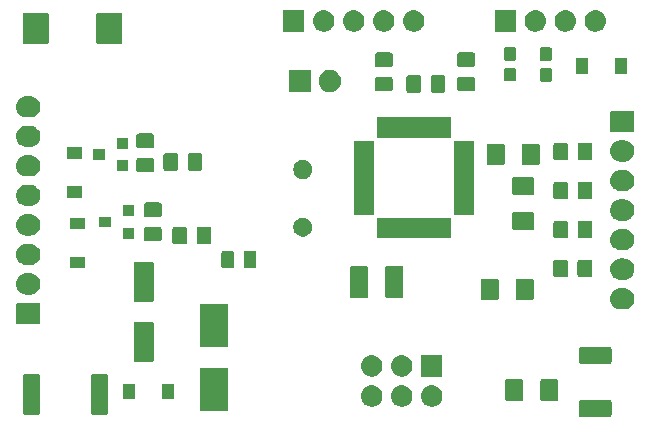
<source format=gts>
G04 #@! TF.GenerationSoftware,KiCad,Pcbnew,5.0.2-bee76a0~70~ubuntu18.04.1*
G04 #@! TF.CreationDate,2020-01-04T15:46:48+02:00*
G04 #@! TF.ProjectId,swbb_node,73776262-5f6e-46f6-9465-2e6b69636164,rev?*
G04 #@! TF.SameCoordinates,Original*
G04 #@! TF.FileFunction,Soldermask,Top*
G04 #@! TF.FilePolarity,Negative*
%FSLAX46Y46*%
G04 Gerber Fmt 4.6, Leading zero omitted, Abs format (unit mm)*
G04 Created by KiCad (PCBNEW 5.0.2-bee76a0~70~ubuntu18.04.1) date Сб 04 янв 2020 15:46:48*
%MOMM*%
%LPD*%
G01*
G04 APERTURE LIST*
%ADD10C,0.100000*%
G04 APERTURE END LIST*
D10*
G36*
X118697797Y-160115247D02*
X118733367Y-160126037D01*
X118766139Y-160143554D01*
X118794869Y-160167131D01*
X118818446Y-160195861D01*
X118835963Y-160228633D01*
X118846753Y-160264203D01*
X118851000Y-160307324D01*
X118851000Y-161366676D01*
X118846753Y-161409797D01*
X118835963Y-161445367D01*
X118818446Y-161478139D01*
X118794869Y-161506869D01*
X118766139Y-161530446D01*
X118733367Y-161547963D01*
X118697797Y-161558753D01*
X118654676Y-161563000D01*
X116295324Y-161563000D01*
X116252203Y-161558753D01*
X116216633Y-161547963D01*
X116183861Y-161530446D01*
X116155131Y-161506869D01*
X116131554Y-161478139D01*
X116114037Y-161445367D01*
X116103247Y-161409797D01*
X116099000Y-161366676D01*
X116099000Y-160307324D01*
X116103247Y-160264203D01*
X116114037Y-160228633D01*
X116131554Y-160195861D01*
X116155131Y-160167131D01*
X116183861Y-160143554D01*
X116216633Y-160126037D01*
X116252203Y-160115247D01*
X116295324Y-160111000D01*
X118654676Y-160111000D01*
X118697797Y-160115247D01*
X118697797Y-160115247D01*
G37*
G36*
X76095797Y-157917247D02*
X76131367Y-157928037D01*
X76164139Y-157945554D01*
X76192869Y-157969131D01*
X76216446Y-157997861D01*
X76233963Y-158030633D01*
X76244753Y-158066203D01*
X76249000Y-158109324D01*
X76249000Y-161168676D01*
X76244753Y-161211797D01*
X76233963Y-161247367D01*
X76216446Y-161280139D01*
X76192869Y-161308869D01*
X76164139Y-161332446D01*
X76131367Y-161349963D01*
X76095797Y-161360753D01*
X76052676Y-161365000D01*
X74993324Y-161365000D01*
X74950203Y-161360753D01*
X74914633Y-161349963D01*
X74881861Y-161332446D01*
X74853131Y-161308869D01*
X74829554Y-161280139D01*
X74812037Y-161247367D01*
X74801247Y-161211797D01*
X74797000Y-161168676D01*
X74797000Y-158109324D01*
X74801247Y-158066203D01*
X74812037Y-158030633D01*
X74829554Y-157997861D01*
X74853131Y-157969131D01*
X74881861Y-157945554D01*
X74914633Y-157928037D01*
X74950203Y-157917247D01*
X74993324Y-157913000D01*
X76052676Y-157913000D01*
X76095797Y-157917247D01*
X76095797Y-157917247D01*
G37*
G36*
X70295797Y-157917247D02*
X70331367Y-157928037D01*
X70364139Y-157945554D01*
X70392869Y-157969131D01*
X70416446Y-157997861D01*
X70433963Y-158030633D01*
X70444753Y-158066203D01*
X70449000Y-158109324D01*
X70449000Y-161168676D01*
X70444753Y-161211797D01*
X70433963Y-161247367D01*
X70416446Y-161280139D01*
X70392869Y-161308869D01*
X70364139Y-161332446D01*
X70331367Y-161349963D01*
X70295797Y-161360753D01*
X70252676Y-161365000D01*
X69193324Y-161365000D01*
X69150203Y-161360753D01*
X69114633Y-161349963D01*
X69081861Y-161332446D01*
X69053131Y-161308869D01*
X69029554Y-161280139D01*
X69012037Y-161247367D01*
X69001247Y-161211797D01*
X68997000Y-161168676D01*
X68997000Y-158109324D01*
X69001247Y-158066203D01*
X69012037Y-158030633D01*
X69029554Y-157997861D01*
X69053131Y-157969131D01*
X69081861Y-157945554D01*
X69114633Y-157928037D01*
X69150203Y-157917247D01*
X69193324Y-157913000D01*
X70252676Y-157913000D01*
X70295797Y-157917247D01*
X70295797Y-157917247D01*
G37*
G36*
X86418000Y-160998000D02*
X84016000Y-160998000D01*
X84016000Y-157396000D01*
X86418000Y-157396000D01*
X86418000Y-160998000D01*
X86418000Y-160998000D01*
G37*
G36*
X98662443Y-158871519D02*
X98728627Y-158878037D01*
X98841853Y-158912384D01*
X98898467Y-158929557D01*
X99037087Y-159003652D01*
X99054991Y-159013222D01*
X99090729Y-159042552D01*
X99192186Y-159125814D01*
X99275448Y-159227271D01*
X99304778Y-159263009D01*
X99304779Y-159263011D01*
X99388443Y-159419533D01*
X99388443Y-159419534D01*
X99439963Y-159589373D01*
X99457359Y-159766000D01*
X99439963Y-159942627D01*
X99412378Y-160033562D01*
X99388443Y-160112467D01*
X99352959Y-160178852D01*
X99304778Y-160268991D01*
X99298214Y-160276989D01*
X99192186Y-160406186D01*
X99090729Y-160489448D01*
X99054991Y-160518778D01*
X99054989Y-160518779D01*
X98898467Y-160602443D01*
X98841853Y-160619616D01*
X98728627Y-160653963D01*
X98662442Y-160660482D01*
X98596260Y-160667000D01*
X98507740Y-160667000D01*
X98441558Y-160660482D01*
X98375373Y-160653963D01*
X98262147Y-160619616D01*
X98205533Y-160602443D01*
X98049011Y-160518779D01*
X98049009Y-160518778D01*
X98013271Y-160489448D01*
X97911814Y-160406186D01*
X97805786Y-160276989D01*
X97799222Y-160268991D01*
X97751041Y-160178852D01*
X97715557Y-160112467D01*
X97691622Y-160033562D01*
X97664037Y-159942627D01*
X97646641Y-159766000D01*
X97664037Y-159589373D01*
X97715557Y-159419534D01*
X97715557Y-159419533D01*
X97799221Y-159263011D01*
X97799222Y-159263009D01*
X97828552Y-159227271D01*
X97911814Y-159125814D01*
X98013271Y-159042552D01*
X98049009Y-159013222D01*
X98066913Y-159003652D01*
X98205533Y-158929557D01*
X98262147Y-158912384D01*
X98375373Y-158878037D01*
X98441557Y-158871519D01*
X98507740Y-158865000D01*
X98596260Y-158865000D01*
X98662443Y-158871519D01*
X98662443Y-158871519D01*
G37*
G36*
X103742443Y-158871519D02*
X103808627Y-158878037D01*
X103921853Y-158912384D01*
X103978467Y-158929557D01*
X104117087Y-159003652D01*
X104134991Y-159013222D01*
X104170729Y-159042552D01*
X104272186Y-159125814D01*
X104355448Y-159227271D01*
X104384778Y-159263009D01*
X104384779Y-159263011D01*
X104468443Y-159419533D01*
X104468443Y-159419534D01*
X104519963Y-159589373D01*
X104537359Y-159766000D01*
X104519963Y-159942627D01*
X104492378Y-160033562D01*
X104468443Y-160112467D01*
X104432959Y-160178852D01*
X104384778Y-160268991D01*
X104378214Y-160276989D01*
X104272186Y-160406186D01*
X104170729Y-160489448D01*
X104134991Y-160518778D01*
X104134989Y-160518779D01*
X103978467Y-160602443D01*
X103921853Y-160619616D01*
X103808627Y-160653963D01*
X103742442Y-160660482D01*
X103676260Y-160667000D01*
X103587740Y-160667000D01*
X103521558Y-160660482D01*
X103455373Y-160653963D01*
X103342147Y-160619616D01*
X103285533Y-160602443D01*
X103129011Y-160518779D01*
X103129009Y-160518778D01*
X103093271Y-160489448D01*
X102991814Y-160406186D01*
X102885786Y-160276989D01*
X102879222Y-160268991D01*
X102831041Y-160178852D01*
X102795557Y-160112467D01*
X102771622Y-160033562D01*
X102744037Y-159942627D01*
X102726641Y-159766000D01*
X102744037Y-159589373D01*
X102795557Y-159419534D01*
X102795557Y-159419533D01*
X102879221Y-159263011D01*
X102879222Y-159263009D01*
X102908552Y-159227271D01*
X102991814Y-159125814D01*
X103093271Y-159042552D01*
X103129009Y-159013222D01*
X103146913Y-159003652D01*
X103285533Y-158929557D01*
X103342147Y-158912384D01*
X103455373Y-158878037D01*
X103521557Y-158871519D01*
X103587740Y-158865000D01*
X103676260Y-158865000D01*
X103742443Y-158871519D01*
X103742443Y-158871519D01*
G37*
G36*
X101202443Y-158871519D02*
X101268627Y-158878037D01*
X101381853Y-158912384D01*
X101438467Y-158929557D01*
X101577087Y-159003652D01*
X101594991Y-159013222D01*
X101630729Y-159042552D01*
X101732186Y-159125814D01*
X101815448Y-159227271D01*
X101844778Y-159263009D01*
X101844779Y-159263011D01*
X101928443Y-159419533D01*
X101928443Y-159419534D01*
X101979963Y-159589373D01*
X101997359Y-159766000D01*
X101979963Y-159942627D01*
X101952378Y-160033562D01*
X101928443Y-160112467D01*
X101892959Y-160178852D01*
X101844778Y-160268991D01*
X101838214Y-160276989D01*
X101732186Y-160406186D01*
X101630729Y-160489448D01*
X101594991Y-160518778D01*
X101594989Y-160518779D01*
X101438467Y-160602443D01*
X101381853Y-160619616D01*
X101268627Y-160653963D01*
X101202442Y-160660482D01*
X101136260Y-160667000D01*
X101047740Y-160667000D01*
X100981558Y-160660482D01*
X100915373Y-160653963D01*
X100802147Y-160619616D01*
X100745533Y-160602443D01*
X100589011Y-160518779D01*
X100589009Y-160518778D01*
X100553271Y-160489448D01*
X100451814Y-160406186D01*
X100345786Y-160276989D01*
X100339222Y-160268991D01*
X100291041Y-160178852D01*
X100255557Y-160112467D01*
X100231622Y-160033562D01*
X100204037Y-159942627D01*
X100186641Y-159766000D01*
X100204037Y-159589373D01*
X100255557Y-159419534D01*
X100255557Y-159419533D01*
X100339221Y-159263011D01*
X100339222Y-159263009D01*
X100368552Y-159227271D01*
X100451814Y-159125814D01*
X100553271Y-159042552D01*
X100589009Y-159013222D01*
X100606913Y-159003652D01*
X100745533Y-158929557D01*
X100802147Y-158912384D01*
X100915373Y-158878037D01*
X100981557Y-158871519D01*
X101047740Y-158865000D01*
X101136260Y-158865000D01*
X101202443Y-158871519D01*
X101202443Y-158871519D01*
G37*
G36*
X114204562Y-158336181D02*
X114239477Y-158346773D01*
X114271665Y-158363978D01*
X114299873Y-158387127D01*
X114323022Y-158415335D01*
X114340227Y-158447523D01*
X114350819Y-158482438D01*
X114355000Y-158524895D01*
X114355000Y-159991105D01*
X114350819Y-160033562D01*
X114340227Y-160068477D01*
X114323022Y-160100665D01*
X114299873Y-160128873D01*
X114271665Y-160152022D01*
X114239477Y-160169227D01*
X114204562Y-160179819D01*
X114162105Y-160184000D01*
X113020895Y-160184000D01*
X112978438Y-160179819D01*
X112943523Y-160169227D01*
X112911335Y-160152022D01*
X112883127Y-160128873D01*
X112859978Y-160100665D01*
X112842773Y-160068477D01*
X112832181Y-160033562D01*
X112828000Y-159991105D01*
X112828000Y-158524895D01*
X112832181Y-158482438D01*
X112842773Y-158447523D01*
X112859978Y-158415335D01*
X112883127Y-158387127D01*
X112911335Y-158363978D01*
X112943523Y-158346773D01*
X112978438Y-158336181D01*
X113020895Y-158332000D01*
X114162105Y-158332000D01*
X114204562Y-158336181D01*
X114204562Y-158336181D01*
G37*
G36*
X111229562Y-158336181D02*
X111264477Y-158346773D01*
X111296665Y-158363978D01*
X111324873Y-158387127D01*
X111348022Y-158415335D01*
X111365227Y-158447523D01*
X111375819Y-158482438D01*
X111380000Y-158524895D01*
X111380000Y-159991105D01*
X111375819Y-160033562D01*
X111365227Y-160068477D01*
X111348022Y-160100665D01*
X111324873Y-160128873D01*
X111296665Y-160152022D01*
X111264477Y-160169227D01*
X111229562Y-160179819D01*
X111187105Y-160184000D01*
X110045895Y-160184000D01*
X110003438Y-160179819D01*
X109968523Y-160169227D01*
X109936335Y-160152022D01*
X109908127Y-160128873D01*
X109884978Y-160100665D01*
X109867773Y-160068477D01*
X109857181Y-160033562D01*
X109853000Y-159991105D01*
X109853000Y-158524895D01*
X109857181Y-158482438D01*
X109867773Y-158447523D01*
X109884978Y-158415335D01*
X109908127Y-158387127D01*
X109936335Y-158363978D01*
X109968523Y-158346773D01*
X110003438Y-158336181D01*
X110045895Y-158332000D01*
X111187105Y-158332000D01*
X111229562Y-158336181D01*
X111229562Y-158336181D01*
G37*
G36*
X78480000Y-160036000D02*
X77478000Y-160036000D01*
X77478000Y-158734000D01*
X78480000Y-158734000D01*
X78480000Y-160036000D01*
X78480000Y-160036000D01*
G37*
G36*
X81780000Y-160036000D02*
X80778000Y-160036000D01*
X80778000Y-158734000D01*
X81780000Y-158734000D01*
X81780000Y-160036000D01*
X81780000Y-160036000D01*
G37*
G36*
X104533000Y-158127000D02*
X102731000Y-158127000D01*
X102731000Y-156325000D01*
X104533000Y-156325000D01*
X104533000Y-158127000D01*
X104533000Y-158127000D01*
G37*
G36*
X98662443Y-156331519D02*
X98728627Y-156338037D01*
X98841853Y-156372384D01*
X98898467Y-156389557D01*
X99037087Y-156463652D01*
X99054991Y-156473222D01*
X99090729Y-156502552D01*
X99192186Y-156585814D01*
X99275448Y-156687271D01*
X99304778Y-156723009D01*
X99304779Y-156723011D01*
X99388443Y-156879533D01*
X99395561Y-156903000D01*
X99439963Y-157049373D01*
X99457359Y-157226000D01*
X99439963Y-157402627D01*
X99405616Y-157515853D01*
X99388443Y-157572467D01*
X99314348Y-157711087D01*
X99304778Y-157728991D01*
X99275448Y-157764729D01*
X99192186Y-157866186D01*
X99116819Y-157928037D01*
X99054991Y-157978778D01*
X99054989Y-157978779D01*
X98898467Y-158062443D01*
X98843921Y-158078989D01*
X98728627Y-158113963D01*
X98662442Y-158120482D01*
X98596260Y-158127000D01*
X98507740Y-158127000D01*
X98441558Y-158120482D01*
X98375373Y-158113963D01*
X98260079Y-158078989D01*
X98205533Y-158062443D01*
X98049011Y-157978779D01*
X98049009Y-157978778D01*
X97987181Y-157928037D01*
X97911814Y-157866186D01*
X97828552Y-157764729D01*
X97799222Y-157728991D01*
X97789652Y-157711087D01*
X97715557Y-157572467D01*
X97698384Y-157515853D01*
X97664037Y-157402627D01*
X97646641Y-157226000D01*
X97664037Y-157049373D01*
X97708439Y-156903000D01*
X97715557Y-156879533D01*
X97799221Y-156723011D01*
X97799222Y-156723009D01*
X97828552Y-156687271D01*
X97911814Y-156585814D01*
X98013271Y-156502552D01*
X98049009Y-156473222D01*
X98066913Y-156463652D01*
X98205533Y-156389557D01*
X98262147Y-156372384D01*
X98375373Y-156338037D01*
X98441557Y-156331519D01*
X98507740Y-156325000D01*
X98596260Y-156325000D01*
X98662443Y-156331519D01*
X98662443Y-156331519D01*
G37*
G36*
X101202443Y-156331519D02*
X101268627Y-156338037D01*
X101381853Y-156372384D01*
X101438467Y-156389557D01*
X101577087Y-156463652D01*
X101594991Y-156473222D01*
X101630729Y-156502552D01*
X101732186Y-156585814D01*
X101815448Y-156687271D01*
X101844778Y-156723009D01*
X101844779Y-156723011D01*
X101928443Y-156879533D01*
X101935561Y-156903000D01*
X101979963Y-157049373D01*
X101997359Y-157226000D01*
X101979963Y-157402627D01*
X101945616Y-157515853D01*
X101928443Y-157572467D01*
X101854348Y-157711087D01*
X101844778Y-157728991D01*
X101815448Y-157764729D01*
X101732186Y-157866186D01*
X101656819Y-157928037D01*
X101594991Y-157978778D01*
X101594989Y-157978779D01*
X101438467Y-158062443D01*
X101383921Y-158078989D01*
X101268627Y-158113963D01*
X101202442Y-158120482D01*
X101136260Y-158127000D01*
X101047740Y-158127000D01*
X100981558Y-158120482D01*
X100915373Y-158113963D01*
X100800079Y-158078989D01*
X100745533Y-158062443D01*
X100589011Y-157978779D01*
X100589009Y-157978778D01*
X100527181Y-157928037D01*
X100451814Y-157866186D01*
X100368552Y-157764729D01*
X100339222Y-157728991D01*
X100329652Y-157711087D01*
X100255557Y-157572467D01*
X100238384Y-157515853D01*
X100204037Y-157402627D01*
X100186641Y-157226000D01*
X100204037Y-157049373D01*
X100248439Y-156903000D01*
X100255557Y-156879533D01*
X100339221Y-156723011D01*
X100339222Y-156723009D01*
X100368552Y-156687271D01*
X100451814Y-156585814D01*
X100553271Y-156502552D01*
X100589009Y-156473222D01*
X100606913Y-156463652D01*
X100745533Y-156389557D01*
X100802147Y-156372384D01*
X100915373Y-156338037D01*
X100981557Y-156331519D01*
X101047740Y-156325000D01*
X101136260Y-156325000D01*
X101202443Y-156331519D01*
X101202443Y-156331519D01*
G37*
G36*
X118697797Y-155615247D02*
X118733367Y-155626037D01*
X118766139Y-155643554D01*
X118794869Y-155667131D01*
X118818446Y-155695861D01*
X118835963Y-155728633D01*
X118846753Y-155764203D01*
X118851000Y-155807324D01*
X118851000Y-156866676D01*
X118846753Y-156909797D01*
X118835963Y-156945367D01*
X118818446Y-156978139D01*
X118794869Y-157006869D01*
X118766139Y-157030446D01*
X118733367Y-157047963D01*
X118697797Y-157058753D01*
X118654676Y-157063000D01*
X116295324Y-157063000D01*
X116252203Y-157058753D01*
X116216633Y-157047963D01*
X116183861Y-157030446D01*
X116155131Y-157006869D01*
X116131554Y-156978139D01*
X116114037Y-156945367D01*
X116103247Y-156909797D01*
X116099000Y-156866676D01*
X116099000Y-155807324D01*
X116103247Y-155764203D01*
X116114037Y-155728633D01*
X116131554Y-155695861D01*
X116155131Y-155667131D01*
X116183861Y-155643554D01*
X116216633Y-155626037D01*
X116252203Y-155615247D01*
X116295324Y-155611000D01*
X118654676Y-155611000D01*
X118697797Y-155615247D01*
X118697797Y-155615247D01*
G37*
G36*
X79953996Y-153480051D02*
X79987653Y-153490261D01*
X80018667Y-153506838D01*
X80045852Y-153529148D01*
X80068162Y-153556333D01*
X80084739Y-153587347D01*
X80094949Y-153621004D01*
X80099000Y-153662138D01*
X80099000Y-156716862D01*
X80094949Y-156757996D01*
X80084739Y-156791653D01*
X80068162Y-156822667D01*
X80045852Y-156849852D01*
X80018667Y-156872162D01*
X79987653Y-156888739D01*
X79953996Y-156898949D01*
X79912862Y-156903000D01*
X78583138Y-156903000D01*
X78542004Y-156898949D01*
X78508347Y-156888739D01*
X78477333Y-156872162D01*
X78450148Y-156849852D01*
X78427838Y-156822667D01*
X78411261Y-156791653D01*
X78401051Y-156757996D01*
X78397000Y-156716862D01*
X78397000Y-153662138D01*
X78401051Y-153621004D01*
X78411261Y-153587347D01*
X78427838Y-153556333D01*
X78450148Y-153529148D01*
X78477333Y-153506838D01*
X78508347Y-153490261D01*
X78542004Y-153480051D01*
X78583138Y-153476000D01*
X79912862Y-153476000D01*
X79953996Y-153480051D01*
X79953996Y-153480051D01*
G37*
G36*
X86418000Y-155598000D02*
X84016000Y-155598000D01*
X84016000Y-151996000D01*
X86418000Y-151996000D01*
X86418000Y-155598000D01*
X86418000Y-155598000D01*
G37*
G36*
X70352600Y-151883989D02*
X70385649Y-151894014D01*
X70416106Y-151910294D01*
X70442799Y-151932201D01*
X70464706Y-151958894D01*
X70480986Y-151989351D01*
X70491011Y-152022400D01*
X70495000Y-152062904D01*
X70495000Y-153499096D01*
X70491011Y-153539600D01*
X70480986Y-153572649D01*
X70464706Y-153603106D01*
X70442799Y-153629799D01*
X70416106Y-153651706D01*
X70385649Y-153667986D01*
X70352600Y-153678011D01*
X70312096Y-153682000D01*
X68625904Y-153682000D01*
X68585400Y-153678011D01*
X68552351Y-153667986D01*
X68521894Y-153651706D01*
X68495201Y-153629799D01*
X68473294Y-153603106D01*
X68457014Y-153572649D01*
X68446989Y-153539600D01*
X68443000Y-153499096D01*
X68443000Y-152062904D01*
X68446989Y-152022400D01*
X68457014Y-151989351D01*
X68473294Y-151958894D01*
X68495201Y-151932201D01*
X68521894Y-151910294D01*
X68552351Y-151894014D01*
X68585400Y-151883989D01*
X68625904Y-151880000D01*
X70312096Y-151880000D01*
X70352600Y-151883989D01*
X70352600Y-151883989D01*
G37*
G36*
X119996443Y-150630519D02*
X120062627Y-150637037D01*
X120175853Y-150671384D01*
X120232467Y-150688557D01*
X120371087Y-150762652D01*
X120388991Y-150772222D01*
X120403329Y-150783989D01*
X120526186Y-150884814D01*
X120609448Y-150986271D01*
X120638778Y-151022009D01*
X120638779Y-151022011D01*
X120722443Y-151178533D01*
X120735660Y-151222105D01*
X120773963Y-151348373D01*
X120791359Y-151525000D01*
X120773963Y-151701627D01*
X120722443Y-151871467D01*
X120659432Y-151989351D01*
X120638778Y-152027991D01*
X120625977Y-152043589D01*
X120526186Y-152165186D01*
X120424729Y-152248448D01*
X120388991Y-152277778D01*
X120388989Y-152277779D01*
X120232467Y-152361443D01*
X120175853Y-152378616D01*
X120062627Y-152412963D01*
X119996442Y-152419482D01*
X119930260Y-152426000D01*
X119591740Y-152426000D01*
X119525558Y-152419482D01*
X119459373Y-152412963D01*
X119346147Y-152378616D01*
X119289533Y-152361443D01*
X119133011Y-152277779D01*
X119133009Y-152277778D01*
X119097271Y-152248448D01*
X118995814Y-152165186D01*
X118896023Y-152043589D01*
X118883222Y-152027991D01*
X118862568Y-151989351D01*
X118799557Y-151871467D01*
X118748037Y-151701627D01*
X118730641Y-151525000D01*
X118748037Y-151348373D01*
X118786340Y-151222105D01*
X118799557Y-151178533D01*
X118883221Y-151022011D01*
X118883222Y-151022009D01*
X118912552Y-150986271D01*
X118995814Y-150884814D01*
X119118671Y-150783989D01*
X119133009Y-150772222D01*
X119150913Y-150762652D01*
X119289533Y-150688557D01*
X119346147Y-150671384D01*
X119459373Y-150637037D01*
X119525557Y-150630519D01*
X119591740Y-150624000D01*
X119930260Y-150624000D01*
X119996443Y-150630519D01*
X119996443Y-150630519D01*
G37*
G36*
X79953996Y-148405051D02*
X79987653Y-148415261D01*
X80018667Y-148431838D01*
X80045852Y-148454148D01*
X80068162Y-148481333D01*
X80084739Y-148512347D01*
X80094949Y-148546004D01*
X80099000Y-148587138D01*
X80099000Y-151641862D01*
X80094949Y-151682996D01*
X80084739Y-151716653D01*
X80068162Y-151747667D01*
X80045852Y-151774852D01*
X80018667Y-151797162D01*
X79987653Y-151813739D01*
X79953996Y-151823949D01*
X79912862Y-151828000D01*
X78583138Y-151828000D01*
X78542004Y-151823949D01*
X78508347Y-151813739D01*
X78477333Y-151797162D01*
X78450148Y-151774852D01*
X78427838Y-151747667D01*
X78411261Y-151716653D01*
X78401051Y-151682996D01*
X78397000Y-151641862D01*
X78397000Y-148587138D01*
X78401051Y-148546004D01*
X78411261Y-148512347D01*
X78427838Y-148481333D01*
X78450148Y-148454148D01*
X78477333Y-148431838D01*
X78508347Y-148415261D01*
X78542004Y-148405051D01*
X78583138Y-148401000D01*
X79912862Y-148401000D01*
X79953996Y-148405051D01*
X79953996Y-148405051D01*
G37*
G36*
X109143562Y-149827181D02*
X109178477Y-149837773D01*
X109210665Y-149854978D01*
X109238873Y-149878127D01*
X109262022Y-149906335D01*
X109279227Y-149938523D01*
X109289819Y-149973438D01*
X109294000Y-150015895D01*
X109294000Y-151482105D01*
X109289819Y-151524562D01*
X109279227Y-151559477D01*
X109262022Y-151591665D01*
X109238873Y-151619873D01*
X109210665Y-151643022D01*
X109178477Y-151660227D01*
X109143562Y-151670819D01*
X109101105Y-151675000D01*
X107959895Y-151675000D01*
X107917438Y-151670819D01*
X107882523Y-151660227D01*
X107850335Y-151643022D01*
X107822127Y-151619873D01*
X107798978Y-151591665D01*
X107781773Y-151559477D01*
X107771181Y-151524562D01*
X107767000Y-151482105D01*
X107767000Y-150015895D01*
X107771181Y-149973438D01*
X107781773Y-149938523D01*
X107798978Y-149906335D01*
X107822127Y-149878127D01*
X107850335Y-149854978D01*
X107882523Y-149837773D01*
X107917438Y-149827181D01*
X107959895Y-149823000D01*
X109101105Y-149823000D01*
X109143562Y-149827181D01*
X109143562Y-149827181D01*
G37*
G36*
X112118562Y-149827181D02*
X112153477Y-149837773D01*
X112185665Y-149854978D01*
X112213873Y-149878127D01*
X112237022Y-149906335D01*
X112254227Y-149938523D01*
X112264819Y-149973438D01*
X112269000Y-150015895D01*
X112269000Y-151482105D01*
X112264819Y-151524562D01*
X112254227Y-151559477D01*
X112237022Y-151591665D01*
X112213873Y-151619873D01*
X112185665Y-151643022D01*
X112153477Y-151660227D01*
X112118562Y-151670819D01*
X112076105Y-151675000D01*
X110934895Y-151675000D01*
X110892438Y-151670819D01*
X110857523Y-151660227D01*
X110825335Y-151643022D01*
X110797127Y-151619873D01*
X110773978Y-151591665D01*
X110756773Y-151559477D01*
X110746181Y-151524562D01*
X110742000Y-151482105D01*
X110742000Y-150015895D01*
X110746181Y-149973438D01*
X110756773Y-149938523D01*
X110773978Y-149906335D01*
X110797127Y-149878127D01*
X110825335Y-149854978D01*
X110857523Y-149837773D01*
X110892438Y-149827181D01*
X110934895Y-149823000D01*
X112076105Y-149823000D01*
X112118562Y-149827181D01*
X112118562Y-149827181D01*
G37*
G36*
X101070062Y-148742181D02*
X101104977Y-148752773D01*
X101137165Y-148769978D01*
X101165373Y-148793127D01*
X101188522Y-148821335D01*
X101205727Y-148853523D01*
X101216319Y-148888438D01*
X101220500Y-148930895D01*
X101220500Y-151297105D01*
X101216319Y-151339562D01*
X101205727Y-151374477D01*
X101188522Y-151406665D01*
X101165373Y-151434873D01*
X101137165Y-151458022D01*
X101104977Y-151475227D01*
X101070062Y-151485819D01*
X101027605Y-151490000D01*
X99886395Y-151490000D01*
X99843938Y-151485819D01*
X99809023Y-151475227D01*
X99776835Y-151458022D01*
X99748627Y-151434873D01*
X99725478Y-151406665D01*
X99708273Y-151374477D01*
X99697681Y-151339562D01*
X99693500Y-151297105D01*
X99693500Y-148930895D01*
X99697681Y-148888438D01*
X99708273Y-148853523D01*
X99725478Y-148821335D01*
X99748627Y-148793127D01*
X99776835Y-148769978D01*
X99809023Y-148752773D01*
X99843938Y-148742181D01*
X99886395Y-148738000D01*
X101027605Y-148738000D01*
X101070062Y-148742181D01*
X101070062Y-148742181D01*
G37*
G36*
X98095062Y-148742181D02*
X98129977Y-148752773D01*
X98162165Y-148769978D01*
X98190373Y-148793127D01*
X98213522Y-148821335D01*
X98230727Y-148853523D01*
X98241319Y-148888438D01*
X98245500Y-148930895D01*
X98245500Y-151297105D01*
X98241319Y-151339562D01*
X98230727Y-151374477D01*
X98213522Y-151406665D01*
X98190373Y-151434873D01*
X98162165Y-151458022D01*
X98129977Y-151475227D01*
X98095062Y-151485819D01*
X98052605Y-151490000D01*
X96911395Y-151490000D01*
X96868938Y-151485819D01*
X96834023Y-151475227D01*
X96801835Y-151458022D01*
X96773627Y-151434873D01*
X96750478Y-151406665D01*
X96733273Y-151374477D01*
X96722681Y-151339562D01*
X96718500Y-151297105D01*
X96718500Y-148930895D01*
X96722681Y-148888438D01*
X96733273Y-148853523D01*
X96750478Y-148821335D01*
X96773627Y-148793127D01*
X96801835Y-148769978D01*
X96834023Y-148752773D01*
X96868938Y-148742181D01*
X96911395Y-148738000D01*
X98052605Y-148738000D01*
X98095062Y-148742181D01*
X98095062Y-148742181D01*
G37*
G36*
X69704443Y-149386519D02*
X69770627Y-149393037D01*
X69883853Y-149427384D01*
X69940467Y-149444557D01*
X70049664Y-149502925D01*
X70096991Y-149528222D01*
X70128381Y-149553983D01*
X70234186Y-149640814D01*
X70317448Y-149742271D01*
X70346778Y-149778009D01*
X70346779Y-149778011D01*
X70430443Y-149934533D01*
X70442244Y-149973438D01*
X70481963Y-150104373D01*
X70499359Y-150281000D01*
X70481963Y-150457627D01*
X70447616Y-150570853D01*
X70430443Y-150627467D01*
X70397789Y-150688557D01*
X70346778Y-150783991D01*
X70317448Y-150819729D01*
X70234186Y-150921186D01*
X70132729Y-151004448D01*
X70096991Y-151033778D01*
X70096989Y-151033779D01*
X69940467Y-151117443D01*
X69883853Y-151134616D01*
X69770627Y-151168963D01*
X69704442Y-151175482D01*
X69638260Y-151182000D01*
X69299740Y-151182000D01*
X69233558Y-151175482D01*
X69167373Y-151168963D01*
X69054147Y-151134616D01*
X68997533Y-151117443D01*
X68841011Y-151033779D01*
X68841009Y-151033778D01*
X68805271Y-151004448D01*
X68703814Y-150921186D01*
X68620552Y-150819729D01*
X68591222Y-150783991D01*
X68540211Y-150688557D01*
X68507557Y-150627467D01*
X68490384Y-150570853D01*
X68456037Y-150457627D01*
X68438641Y-150281000D01*
X68456037Y-150104373D01*
X68495756Y-149973438D01*
X68507557Y-149934533D01*
X68591221Y-149778011D01*
X68591222Y-149778009D01*
X68620552Y-149742271D01*
X68703814Y-149640814D01*
X68809619Y-149553983D01*
X68841009Y-149528222D01*
X68888336Y-149502925D01*
X68997533Y-149444557D01*
X69054147Y-149427384D01*
X69167373Y-149393037D01*
X69233557Y-149386519D01*
X69299740Y-149380000D01*
X69638260Y-149380000D01*
X69704443Y-149386519D01*
X69704443Y-149386519D01*
G37*
G36*
X119996443Y-148130519D02*
X120062627Y-148137037D01*
X120175853Y-148171384D01*
X120232467Y-148188557D01*
X120299645Y-148224465D01*
X120388991Y-148272222D01*
X120403329Y-148283989D01*
X120526186Y-148384814D01*
X120583086Y-148454148D01*
X120638778Y-148522009D01*
X120638779Y-148522011D01*
X120722443Y-148678533D01*
X120726149Y-148690750D01*
X120773963Y-148848373D01*
X120791359Y-149025000D01*
X120773963Y-149201627D01*
X120739616Y-149314853D01*
X120722443Y-149371467D01*
X120710913Y-149393037D01*
X120638778Y-149527991D01*
X120638589Y-149528221D01*
X120526186Y-149665186D01*
X120424729Y-149748448D01*
X120388991Y-149777778D01*
X120388989Y-149777779D01*
X120232467Y-149861443D01*
X120210363Y-149868148D01*
X120062627Y-149912963D01*
X119996443Y-149919481D01*
X119930260Y-149926000D01*
X119591740Y-149926000D01*
X119525557Y-149919481D01*
X119459373Y-149912963D01*
X119311637Y-149868148D01*
X119289533Y-149861443D01*
X119133011Y-149777779D01*
X119133009Y-149777778D01*
X119097271Y-149748448D01*
X118995814Y-149665186D01*
X118883411Y-149528221D01*
X118883222Y-149527991D01*
X118811087Y-149393037D01*
X118799557Y-149371467D01*
X118782384Y-149314853D01*
X118748037Y-149201627D01*
X118730641Y-149025000D01*
X118748037Y-148848373D01*
X118795851Y-148690750D01*
X118799557Y-148678533D01*
X118883221Y-148522011D01*
X118883222Y-148522009D01*
X118938914Y-148454148D01*
X118995814Y-148384814D01*
X119118671Y-148283989D01*
X119133009Y-148272222D01*
X119222355Y-148224465D01*
X119289533Y-148188557D01*
X119346147Y-148171384D01*
X119459373Y-148137037D01*
X119525557Y-148130519D01*
X119591740Y-148124000D01*
X119930260Y-148124000D01*
X119996443Y-148130519D01*
X119996443Y-148130519D01*
G37*
G36*
X117058677Y-148224465D02*
X117096364Y-148235898D01*
X117131103Y-148254466D01*
X117161548Y-148279452D01*
X117186534Y-148309897D01*
X117205102Y-148344636D01*
X117216535Y-148382323D01*
X117221000Y-148427661D01*
X117221000Y-149514339D01*
X117216535Y-149559677D01*
X117205102Y-149597364D01*
X117186534Y-149632103D01*
X117161548Y-149662548D01*
X117131103Y-149687534D01*
X117096364Y-149706102D01*
X117058677Y-149717535D01*
X117013339Y-149722000D01*
X116176661Y-149722000D01*
X116131323Y-149717535D01*
X116093636Y-149706102D01*
X116058897Y-149687534D01*
X116028452Y-149662548D01*
X116003466Y-149632103D01*
X115984898Y-149597364D01*
X115973465Y-149559677D01*
X115969000Y-149514339D01*
X115969000Y-148427661D01*
X115973465Y-148382323D01*
X115984898Y-148344636D01*
X116003466Y-148309897D01*
X116028452Y-148279452D01*
X116058897Y-148254466D01*
X116093636Y-148235898D01*
X116131323Y-148224465D01*
X116176661Y-148220000D01*
X117013339Y-148220000D01*
X117058677Y-148224465D01*
X117058677Y-148224465D01*
G37*
G36*
X115008677Y-148224465D02*
X115046364Y-148235898D01*
X115081103Y-148254466D01*
X115111548Y-148279452D01*
X115136534Y-148309897D01*
X115155102Y-148344636D01*
X115166535Y-148382323D01*
X115171000Y-148427661D01*
X115171000Y-149514339D01*
X115166535Y-149559677D01*
X115155102Y-149597364D01*
X115136534Y-149632103D01*
X115111548Y-149662548D01*
X115081103Y-149687534D01*
X115046364Y-149706102D01*
X115008677Y-149717535D01*
X114963339Y-149722000D01*
X114126661Y-149722000D01*
X114081323Y-149717535D01*
X114043636Y-149706102D01*
X114008897Y-149687534D01*
X113978452Y-149662548D01*
X113953466Y-149632103D01*
X113934898Y-149597364D01*
X113923465Y-149559677D01*
X113919000Y-149514339D01*
X113919000Y-148427661D01*
X113923465Y-148382323D01*
X113934898Y-148344636D01*
X113953466Y-148309897D01*
X113978452Y-148279452D01*
X114008897Y-148254466D01*
X114043636Y-148235898D01*
X114081323Y-148224465D01*
X114126661Y-148220000D01*
X114963339Y-148220000D01*
X115008677Y-148224465D01*
X115008677Y-148224465D01*
G37*
G36*
X74311000Y-148962000D02*
X73009000Y-148962000D01*
X73009000Y-147960000D01*
X74311000Y-147960000D01*
X74311000Y-148962000D01*
X74311000Y-148962000D01*
G37*
G36*
X86731966Y-147462565D02*
X86770637Y-147474296D01*
X86806279Y-147493348D01*
X86837517Y-147518983D01*
X86863152Y-147550221D01*
X86882204Y-147585863D01*
X86893935Y-147624534D01*
X86898500Y-147670888D01*
X86898500Y-148747112D01*
X86893935Y-148793466D01*
X86882204Y-148832137D01*
X86863152Y-148867779D01*
X86837517Y-148899017D01*
X86806279Y-148924652D01*
X86770637Y-148943704D01*
X86731966Y-148955435D01*
X86685612Y-148960000D01*
X86034388Y-148960000D01*
X85988034Y-148955435D01*
X85949363Y-148943704D01*
X85913721Y-148924652D01*
X85882483Y-148899017D01*
X85856848Y-148867779D01*
X85837796Y-148832137D01*
X85826065Y-148793466D01*
X85821500Y-148747112D01*
X85821500Y-147670888D01*
X85826065Y-147624534D01*
X85837796Y-147585863D01*
X85856848Y-147550221D01*
X85882483Y-147518983D01*
X85913721Y-147493348D01*
X85949363Y-147474296D01*
X85988034Y-147462565D01*
X86034388Y-147458000D01*
X86685612Y-147458000D01*
X86731966Y-147462565D01*
X86731966Y-147462565D01*
G37*
G36*
X88606966Y-147462565D02*
X88645637Y-147474296D01*
X88681279Y-147493348D01*
X88712517Y-147518983D01*
X88738152Y-147550221D01*
X88757204Y-147585863D01*
X88768935Y-147624534D01*
X88773500Y-147670888D01*
X88773500Y-148747112D01*
X88768935Y-148793466D01*
X88757204Y-148832137D01*
X88738152Y-148867779D01*
X88712517Y-148899017D01*
X88681279Y-148924652D01*
X88645637Y-148943704D01*
X88606966Y-148955435D01*
X88560612Y-148960000D01*
X87909388Y-148960000D01*
X87863034Y-148955435D01*
X87824363Y-148943704D01*
X87788721Y-148924652D01*
X87757483Y-148899017D01*
X87731848Y-148867779D01*
X87712796Y-148832137D01*
X87701065Y-148793466D01*
X87696500Y-148747112D01*
X87696500Y-147670888D01*
X87701065Y-147624534D01*
X87712796Y-147585863D01*
X87731848Y-147550221D01*
X87757483Y-147518983D01*
X87788721Y-147493348D01*
X87824363Y-147474296D01*
X87863034Y-147462565D01*
X87909388Y-147458000D01*
X88560612Y-147458000D01*
X88606966Y-147462565D01*
X88606966Y-147462565D01*
G37*
G36*
X69704443Y-146886519D02*
X69770627Y-146893037D01*
X69883853Y-146927384D01*
X69940467Y-146944557D01*
X70079087Y-147018652D01*
X70096991Y-147028222D01*
X70132729Y-147057552D01*
X70234186Y-147140814D01*
X70317448Y-147242271D01*
X70346778Y-147278009D01*
X70346779Y-147278011D01*
X70430443Y-147434533D01*
X70430443Y-147434534D01*
X70481963Y-147604373D01*
X70499359Y-147781000D01*
X70481963Y-147957627D01*
X70481243Y-147960000D01*
X70430443Y-148127467D01*
X70369908Y-148240718D01*
X70346778Y-148283991D01*
X70333871Y-148299718D01*
X70234186Y-148421186D01*
X70132729Y-148504448D01*
X70096991Y-148533778D01*
X70096989Y-148533779D01*
X69940467Y-148617443D01*
X69883853Y-148634616D01*
X69770627Y-148668963D01*
X69704443Y-148675481D01*
X69638260Y-148682000D01*
X69299740Y-148682000D01*
X69233557Y-148675481D01*
X69167373Y-148668963D01*
X69054147Y-148634616D01*
X68997533Y-148617443D01*
X68841011Y-148533779D01*
X68841009Y-148533778D01*
X68805271Y-148504448D01*
X68703814Y-148421186D01*
X68604129Y-148299718D01*
X68591222Y-148283991D01*
X68568092Y-148240718D01*
X68507557Y-148127467D01*
X68456757Y-147960000D01*
X68456037Y-147957627D01*
X68438641Y-147781000D01*
X68456037Y-147604373D01*
X68507557Y-147434534D01*
X68507557Y-147434533D01*
X68591221Y-147278011D01*
X68591222Y-147278009D01*
X68620552Y-147242271D01*
X68703814Y-147140814D01*
X68805271Y-147057552D01*
X68841009Y-147028222D01*
X68858913Y-147018652D01*
X68997533Y-146944557D01*
X69054147Y-146927384D01*
X69167373Y-146893037D01*
X69233557Y-146886519D01*
X69299740Y-146880000D01*
X69638260Y-146880000D01*
X69704443Y-146886519D01*
X69704443Y-146886519D01*
G37*
G36*
X119996442Y-145630518D02*
X120062627Y-145637037D01*
X120144919Y-145662000D01*
X120232467Y-145688557D01*
X120300646Y-145725000D01*
X120388991Y-145772222D01*
X120403329Y-145783989D01*
X120526186Y-145884814D01*
X120603980Y-145979608D01*
X120638778Y-146022009D01*
X120638779Y-146022011D01*
X120722443Y-146178533D01*
X120729235Y-146200925D01*
X120773963Y-146348373D01*
X120791359Y-146525000D01*
X120773963Y-146701627D01*
X120743101Y-146803364D01*
X120722443Y-146871467D01*
X120692225Y-146928000D01*
X120638778Y-147027991D01*
X120638589Y-147028221D01*
X120526186Y-147165186D01*
X120424729Y-147248448D01*
X120388991Y-147277778D01*
X120388989Y-147277779D01*
X120232467Y-147361443D01*
X120175853Y-147378616D01*
X120062627Y-147412963D01*
X119996443Y-147419481D01*
X119930260Y-147426000D01*
X119591740Y-147426000D01*
X119525557Y-147419481D01*
X119459373Y-147412963D01*
X119346147Y-147378616D01*
X119289533Y-147361443D01*
X119133011Y-147277779D01*
X119133009Y-147277778D01*
X119097271Y-147248448D01*
X118995814Y-147165186D01*
X118883411Y-147028221D01*
X118883222Y-147027991D01*
X118829775Y-146928000D01*
X118799557Y-146871467D01*
X118778899Y-146803364D01*
X118748037Y-146701627D01*
X118730641Y-146525000D01*
X118748037Y-146348373D01*
X118792765Y-146200925D01*
X118799557Y-146178533D01*
X118883221Y-146022011D01*
X118883222Y-146022009D01*
X118918020Y-145979608D01*
X118995814Y-145884814D01*
X119118671Y-145783989D01*
X119133009Y-145772222D01*
X119221354Y-145725000D01*
X119289533Y-145688557D01*
X119377081Y-145662000D01*
X119459373Y-145637037D01*
X119525558Y-145630518D01*
X119591740Y-145624000D01*
X119930260Y-145624000D01*
X119996442Y-145630518D01*
X119996442Y-145630518D01*
G37*
G36*
X82759677Y-145430465D02*
X82797364Y-145441898D01*
X82832103Y-145460466D01*
X82862548Y-145485452D01*
X82887534Y-145515897D01*
X82906102Y-145550636D01*
X82917535Y-145588323D01*
X82922000Y-145633661D01*
X82922000Y-146720339D01*
X82917535Y-146765677D01*
X82906102Y-146803364D01*
X82887534Y-146838103D01*
X82862548Y-146868548D01*
X82832103Y-146893534D01*
X82797364Y-146912102D01*
X82759677Y-146923535D01*
X82714339Y-146928000D01*
X81877661Y-146928000D01*
X81832323Y-146923535D01*
X81794636Y-146912102D01*
X81759897Y-146893534D01*
X81729452Y-146868548D01*
X81704466Y-146838103D01*
X81685898Y-146803364D01*
X81674465Y-146765677D01*
X81670000Y-146720339D01*
X81670000Y-145633661D01*
X81674465Y-145588323D01*
X81685898Y-145550636D01*
X81704466Y-145515897D01*
X81729452Y-145485452D01*
X81759897Y-145460466D01*
X81794636Y-145441898D01*
X81832323Y-145430465D01*
X81877661Y-145426000D01*
X82714339Y-145426000D01*
X82759677Y-145430465D01*
X82759677Y-145430465D01*
G37*
G36*
X84809677Y-145430465D02*
X84847364Y-145441898D01*
X84882103Y-145460466D01*
X84912548Y-145485452D01*
X84937534Y-145515897D01*
X84956102Y-145550636D01*
X84967535Y-145588323D01*
X84972000Y-145633661D01*
X84972000Y-146720339D01*
X84967535Y-146765677D01*
X84956102Y-146803364D01*
X84937534Y-146838103D01*
X84912548Y-146868548D01*
X84882103Y-146893534D01*
X84847364Y-146912102D01*
X84809677Y-146923535D01*
X84764339Y-146928000D01*
X83927661Y-146928000D01*
X83882323Y-146923535D01*
X83844636Y-146912102D01*
X83809897Y-146893534D01*
X83779452Y-146868548D01*
X83754466Y-146838103D01*
X83735898Y-146803364D01*
X83724465Y-146765677D01*
X83720000Y-146720339D01*
X83720000Y-145633661D01*
X83724465Y-145588323D01*
X83735898Y-145550636D01*
X83754466Y-145515897D01*
X83779452Y-145485452D01*
X83809897Y-145460466D01*
X83844636Y-145441898D01*
X83882323Y-145430465D01*
X83927661Y-145426000D01*
X84764339Y-145426000D01*
X84809677Y-145430465D01*
X84809677Y-145430465D01*
G37*
G36*
X80598677Y-145437465D02*
X80636364Y-145448898D01*
X80671103Y-145467466D01*
X80701548Y-145492452D01*
X80726534Y-145522897D01*
X80745102Y-145557636D01*
X80756535Y-145595323D01*
X80761000Y-145640661D01*
X80761000Y-146477339D01*
X80756535Y-146522677D01*
X80745102Y-146560364D01*
X80726534Y-146595103D01*
X80701548Y-146625548D01*
X80671103Y-146650534D01*
X80636364Y-146669102D01*
X80598677Y-146680535D01*
X80553339Y-146685000D01*
X79466661Y-146685000D01*
X79421323Y-146680535D01*
X79383636Y-146669102D01*
X79348897Y-146650534D01*
X79318452Y-146625548D01*
X79293466Y-146595103D01*
X79274898Y-146560364D01*
X79263465Y-146522677D01*
X79259000Y-146477339D01*
X79259000Y-145640661D01*
X79263465Y-145595323D01*
X79274898Y-145557636D01*
X79293466Y-145522897D01*
X79318452Y-145492452D01*
X79348897Y-145467466D01*
X79383636Y-145448898D01*
X79421323Y-145437465D01*
X79466661Y-145433000D01*
X80553339Y-145433000D01*
X80598677Y-145437465D01*
X80598677Y-145437465D01*
G37*
G36*
X78463000Y-146435000D02*
X77461000Y-146435000D01*
X77461000Y-145533000D01*
X78463000Y-145533000D01*
X78463000Y-146435000D01*
X78463000Y-146435000D01*
G37*
G36*
X117067677Y-144922465D02*
X117105364Y-144933898D01*
X117140103Y-144952466D01*
X117170548Y-144977452D01*
X117195534Y-145007897D01*
X117214102Y-145042636D01*
X117225535Y-145080323D01*
X117230000Y-145125661D01*
X117230000Y-146212339D01*
X117225535Y-146257677D01*
X117214102Y-146295364D01*
X117195534Y-146330103D01*
X117170548Y-146360548D01*
X117140103Y-146385534D01*
X117105364Y-146404102D01*
X117067677Y-146415535D01*
X117022339Y-146420000D01*
X116185661Y-146420000D01*
X116140323Y-146415535D01*
X116102636Y-146404102D01*
X116067897Y-146385534D01*
X116037452Y-146360548D01*
X116012466Y-146330103D01*
X115993898Y-146295364D01*
X115982465Y-146257677D01*
X115978000Y-146212339D01*
X115978000Y-145125661D01*
X115982465Y-145080323D01*
X115993898Y-145042636D01*
X116012466Y-145007897D01*
X116037452Y-144977452D01*
X116067897Y-144952466D01*
X116102636Y-144933898D01*
X116140323Y-144922465D01*
X116185661Y-144918000D01*
X117022339Y-144918000D01*
X117067677Y-144922465D01*
X117067677Y-144922465D01*
G37*
G36*
X115017677Y-144922465D02*
X115055364Y-144933898D01*
X115090103Y-144952466D01*
X115120548Y-144977452D01*
X115145534Y-145007897D01*
X115164102Y-145042636D01*
X115175535Y-145080323D01*
X115180000Y-145125661D01*
X115180000Y-146212339D01*
X115175535Y-146257677D01*
X115164102Y-146295364D01*
X115145534Y-146330103D01*
X115120548Y-146360548D01*
X115090103Y-146385534D01*
X115055364Y-146404102D01*
X115017677Y-146415535D01*
X114972339Y-146420000D01*
X114135661Y-146420000D01*
X114090323Y-146415535D01*
X114052636Y-146404102D01*
X114017897Y-146385534D01*
X113987452Y-146360548D01*
X113962466Y-146330103D01*
X113943898Y-146295364D01*
X113932465Y-146257677D01*
X113928000Y-146212339D01*
X113928000Y-145125661D01*
X113932465Y-145080323D01*
X113943898Y-145042636D01*
X113962466Y-145007897D01*
X113987452Y-144977452D01*
X114017897Y-144952466D01*
X114052636Y-144933898D01*
X114090323Y-144922465D01*
X114135661Y-144918000D01*
X114972339Y-144918000D01*
X115017677Y-144922465D01*
X115017677Y-144922465D01*
G37*
G36*
X105266000Y-146384000D02*
X99014000Y-146384000D01*
X99014000Y-144682000D01*
X105266000Y-144682000D01*
X105266000Y-146384000D01*
X105266000Y-146384000D01*
G37*
G36*
X92943643Y-144698781D02*
X93089415Y-144759162D01*
X93220611Y-144846824D01*
X93332176Y-144958389D01*
X93419838Y-145089585D01*
X93480219Y-145235357D01*
X93511000Y-145390107D01*
X93511000Y-145547893D01*
X93480219Y-145702643D01*
X93419838Y-145848415D01*
X93332176Y-145979611D01*
X93220611Y-146091176D01*
X93089415Y-146178838D01*
X92943643Y-146239219D01*
X92788893Y-146270000D01*
X92631107Y-146270000D01*
X92476357Y-146239219D01*
X92330585Y-146178838D01*
X92199389Y-146091176D01*
X92087824Y-145979611D01*
X92000162Y-145848415D01*
X91939781Y-145702643D01*
X91909000Y-145547893D01*
X91909000Y-145390107D01*
X91939781Y-145235357D01*
X92000162Y-145089585D01*
X92087824Y-144958389D01*
X92199389Y-144846824D01*
X92330585Y-144759162D01*
X92476357Y-144698781D01*
X92631107Y-144668000D01*
X92788893Y-144668000D01*
X92943643Y-144698781D01*
X92943643Y-144698781D01*
G37*
G36*
X69704443Y-144386519D02*
X69770627Y-144393037D01*
X69883706Y-144427339D01*
X69940467Y-144444557D01*
X70063581Y-144510364D01*
X70096991Y-144528222D01*
X70117560Y-144545103D01*
X70234186Y-144640814D01*
X70281758Y-144698782D01*
X70346778Y-144778009D01*
X70346779Y-144778011D01*
X70430443Y-144934533D01*
X70430443Y-144934534D01*
X70481963Y-145104373D01*
X70499359Y-145281000D01*
X70481963Y-145457627D01*
X70454581Y-145547892D01*
X70430443Y-145627467D01*
X70378310Y-145725000D01*
X70346778Y-145783991D01*
X70317448Y-145819729D01*
X70234186Y-145921186D01*
X70132729Y-146004448D01*
X70096991Y-146033778D01*
X70096989Y-146033779D01*
X69940467Y-146117443D01*
X69883853Y-146134616D01*
X69770627Y-146168963D01*
X69704443Y-146175481D01*
X69638260Y-146182000D01*
X69299740Y-146182000D01*
X69233557Y-146175481D01*
X69167373Y-146168963D01*
X69054147Y-146134616D01*
X68997533Y-146117443D01*
X68841011Y-146033779D01*
X68841009Y-146033778D01*
X68805271Y-146004448D01*
X68703814Y-145921186D01*
X68620552Y-145819729D01*
X68591222Y-145783991D01*
X68559690Y-145725000D01*
X68507557Y-145627467D01*
X68483419Y-145547892D01*
X68456037Y-145457627D01*
X68438641Y-145281000D01*
X68456037Y-145104373D01*
X68507557Y-144934534D01*
X68507557Y-144934533D01*
X68591221Y-144778011D01*
X68591222Y-144778009D01*
X68656242Y-144698782D01*
X68703814Y-144640814D01*
X68820440Y-144545103D01*
X68841009Y-144528222D01*
X68874419Y-144510364D01*
X68997533Y-144444557D01*
X69054294Y-144427339D01*
X69167373Y-144393037D01*
X69233557Y-144386519D01*
X69299740Y-144380000D01*
X69638260Y-144380000D01*
X69704443Y-144386519D01*
X69704443Y-144386519D01*
G37*
G36*
X112154562Y-144202181D02*
X112189477Y-144212773D01*
X112221665Y-144229978D01*
X112249873Y-144253127D01*
X112273022Y-144281335D01*
X112290227Y-144313523D01*
X112300819Y-144348438D01*
X112305000Y-144390895D01*
X112305000Y-145532105D01*
X112300819Y-145574562D01*
X112290227Y-145609477D01*
X112273022Y-145641665D01*
X112249873Y-145669873D01*
X112221665Y-145693022D01*
X112189477Y-145710227D01*
X112154562Y-145720819D01*
X112112105Y-145725000D01*
X110645895Y-145725000D01*
X110603438Y-145720819D01*
X110568523Y-145710227D01*
X110536335Y-145693022D01*
X110508127Y-145669873D01*
X110484978Y-145641665D01*
X110467773Y-145609477D01*
X110457181Y-145574562D01*
X110453000Y-145532105D01*
X110453000Y-144390895D01*
X110457181Y-144348438D01*
X110467773Y-144313523D01*
X110484978Y-144281335D01*
X110508127Y-144253127D01*
X110536335Y-144229978D01*
X110568523Y-144212773D01*
X110603438Y-144202181D01*
X110645895Y-144198000D01*
X112112105Y-144198000D01*
X112154562Y-144202181D01*
X112154562Y-144202181D01*
G37*
G36*
X74311000Y-145662000D02*
X73009000Y-145662000D01*
X73009000Y-144660000D01*
X74311000Y-144660000D01*
X74311000Y-145662000D01*
X74311000Y-145662000D01*
G37*
G36*
X76463000Y-145485000D02*
X75461000Y-145485000D01*
X75461000Y-144583000D01*
X76463000Y-144583000D01*
X76463000Y-145485000D01*
X76463000Y-145485000D01*
G37*
G36*
X119996442Y-143130518D02*
X120062627Y-143137037D01*
X120175853Y-143171384D01*
X120232467Y-143188557D01*
X120371087Y-143262652D01*
X120388991Y-143272222D01*
X120403329Y-143283989D01*
X120526186Y-143384814D01*
X120590119Y-143462718D01*
X120638778Y-143522009D01*
X120638779Y-143522011D01*
X120722443Y-143678533D01*
X120739616Y-143735147D01*
X120773963Y-143848373D01*
X120791359Y-144025000D01*
X120773963Y-144201627D01*
X120751261Y-144276465D01*
X120722443Y-144371467D01*
X120698679Y-144415925D01*
X120638778Y-144527991D01*
X120624734Y-144545103D01*
X120526186Y-144665186D01*
X120424729Y-144748448D01*
X120388991Y-144777778D01*
X120388989Y-144777779D01*
X120232467Y-144861443D01*
X120175853Y-144878616D01*
X120062627Y-144912963D01*
X119996443Y-144919481D01*
X119930260Y-144926000D01*
X119591740Y-144926000D01*
X119525557Y-144919481D01*
X119459373Y-144912963D01*
X119346147Y-144878616D01*
X119289533Y-144861443D01*
X119133011Y-144777779D01*
X119133009Y-144777778D01*
X119097271Y-144748448D01*
X118995814Y-144665186D01*
X118897266Y-144545103D01*
X118883222Y-144527991D01*
X118823321Y-144415925D01*
X118799557Y-144371467D01*
X118770739Y-144276465D01*
X118748037Y-144201627D01*
X118730641Y-144025000D01*
X118748037Y-143848373D01*
X118782384Y-143735147D01*
X118799557Y-143678533D01*
X118883221Y-143522011D01*
X118883222Y-143522009D01*
X118931881Y-143462718D01*
X118995814Y-143384814D01*
X119118671Y-143283989D01*
X119133009Y-143272222D01*
X119150913Y-143262652D01*
X119289533Y-143188557D01*
X119346147Y-143171384D01*
X119459373Y-143137037D01*
X119525558Y-143130518D01*
X119591740Y-143124000D01*
X119930260Y-143124000D01*
X119996442Y-143130518D01*
X119996442Y-143130518D01*
G37*
G36*
X80598677Y-143387465D02*
X80636364Y-143398898D01*
X80671103Y-143417466D01*
X80701548Y-143442452D01*
X80726534Y-143472897D01*
X80745102Y-143507636D01*
X80756535Y-143545323D01*
X80761000Y-143590661D01*
X80761000Y-144427339D01*
X80756535Y-144472677D01*
X80745102Y-144510364D01*
X80726534Y-144545103D01*
X80701548Y-144575548D01*
X80671103Y-144600534D01*
X80636364Y-144619102D01*
X80598677Y-144630535D01*
X80553339Y-144635000D01*
X79466661Y-144635000D01*
X79421323Y-144630535D01*
X79383636Y-144619102D01*
X79348897Y-144600534D01*
X79318452Y-144575548D01*
X79293466Y-144545103D01*
X79274898Y-144510364D01*
X79263465Y-144472677D01*
X79259000Y-144427339D01*
X79259000Y-143590661D01*
X79263465Y-143545323D01*
X79274898Y-143507636D01*
X79293466Y-143472897D01*
X79318452Y-143442452D01*
X79348897Y-143417466D01*
X79383636Y-143398898D01*
X79421323Y-143387465D01*
X79466661Y-143383000D01*
X80553339Y-143383000D01*
X80598677Y-143387465D01*
X80598677Y-143387465D01*
G37*
G36*
X78463000Y-144535000D02*
X77461000Y-144535000D01*
X77461000Y-143633000D01*
X78463000Y-143633000D01*
X78463000Y-144535000D01*
X78463000Y-144535000D01*
G37*
G36*
X107241000Y-144409000D02*
X105539000Y-144409000D01*
X105539000Y-138157000D01*
X107241000Y-138157000D01*
X107241000Y-144409000D01*
X107241000Y-144409000D01*
G37*
G36*
X98741000Y-144409000D02*
X97039000Y-144409000D01*
X97039000Y-138157000D01*
X98741000Y-138157000D01*
X98741000Y-144409000D01*
X98741000Y-144409000D01*
G37*
G36*
X69704443Y-141886519D02*
X69770627Y-141893037D01*
X69883853Y-141927384D01*
X69940467Y-141944557D01*
X70079087Y-142018652D01*
X70096991Y-142028222D01*
X70132729Y-142057552D01*
X70234186Y-142140814D01*
X70317448Y-142242271D01*
X70346778Y-142278009D01*
X70346779Y-142278011D01*
X70430443Y-142434533D01*
X70447616Y-142491147D01*
X70481963Y-142604373D01*
X70499359Y-142781000D01*
X70481963Y-142957627D01*
X70451349Y-143058548D01*
X70430443Y-143127467D01*
X70397789Y-143188557D01*
X70346778Y-143283991D01*
X70317448Y-143319729D01*
X70234186Y-143421186D01*
X70133322Y-143503962D01*
X70096991Y-143533778D01*
X70096989Y-143533779D01*
X69940467Y-143617443D01*
X69889181Y-143633000D01*
X69770627Y-143668963D01*
X69704442Y-143675482D01*
X69638260Y-143682000D01*
X69299740Y-143682000D01*
X69233558Y-143675482D01*
X69167373Y-143668963D01*
X69048819Y-143633000D01*
X68997533Y-143617443D01*
X68841011Y-143533779D01*
X68841009Y-143533778D01*
X68804678Y-143503962D01*
X68703814Y-143421186D01*
X68620552Y-143319729D01*
X68591222Y-143283991D01*
X68540211Y-143188557D01*
X68507557Y-143127467D01*
X68486651Y-143058548D01*
X68456037Y-142957627D01*
X68438641Y-142781000D01*
X68456037Y-142604373D01*
X68490384Y-142491147D01*
X68507557Y-142434533D01*
X68591221Y-142278011D01*
X68591222Y-142278009D01*
X68620552Y-142242271D01*
X68703814Y-142140814D01*
X68805271Y-142057552D01*
X68841009Y-142028222D01*
X68858913Y-142018652D01*
X68997533Y-141944557D01*
X69054147Y-141927384D01*
X69167373Y-141893037D01*
X69233557Y-141886519D01*
X69299740Y-141880000D01*
X69638260Y-141880000D01*
X69704443Y-141886519D01*
X69704443Y-141886519D01*
G37*
G36*
X117067677Y-141620465D02*
X117105364Y-141631898D01*
X117140103Y-141650466D01*
X117170548Y-141675452D01*
X117195534Y-141705897D01*
X117214102Y-141740636D01*
X117225535Y-141778323D01*
X117230000Y-141823661D01*
X117230000Y-142910339D01*
X117225535Y-142955677D01*
X117214102Y-142993364D01*
X117195534Y-143028103D01*
X117170548Y-143058548D01*
X117140103Y-143083534D01*
X117105364Y-143102102D01*
X117067677Y-143113535D01*
X117022339Y-143118000D01*
X116185661Y-143118000D01*
X116140323Y-143113535D01*
X116102636Y-143102102D01*
X116067897Y-143083534D01*
X116037452Y-143058548D01*
X116012466Y-143028103D01*
X115993898Y-142993364D01*
X115982465Y-142955677D01*
X115978000Y-142910339D01*
X115978000Y-141823661D01*
X115982465Y-141778323D01*
X115993898Y-141740636D01*
X116012466Y-141705897D01*
X116037452Y-141675452D01*
X116067897Y-141650466D01*
X116102636Y-141631898D01*
X116140323Y-141620465D01*
X116185661Y-141616000D01*
X117022339Y-141616000D01*
X117067677Y-141620465D01*
X117067677Y-141620465D01*
G37*
G36*
X115017677Y-141620465D02*
X115055364Y-141631898D01*
X115090103Y-141650466D01*
X115120548Y-141675452D01*
X115145534Y-141705897D01*
X115164102Y-141740636D01*
X115175535Y-141778323D01*
X115180000Y-141823661D01*
X115180000Y-142910339D01*
X115175535Y-142955677D01*
X115164102Y-142993364D01*
X115145534Y-143028103D01*
X115120548Y-143058548D01*
X115090103Y-143083534D01*
X115055364Y-143102102D01*
X115017677Y-143113535D01*
X114972339Y-143118000D01*
X114135661Y-143118000D01*
X114090323Y-143113535D01*
X114052636Y-143102102D01*
X114017897Y-143083534D01*
X113987452Y-143058548D01*
X113962466Y-143028103D01*
X113943898Y-142993364D01*
X113932465Y-142955677D01*
X113928000Y-142910339D01*
X113928000Y-141823661D01*
X113932465Y-141778323D01*
X113943898Y-141740636D01*
X113962466Y-141705897D01*
X113987452Y-141675452D01*
X114017897Y-141650466D01*
X114052636Y-141631898D01*
X114090323Y-141620465D01*
X114135661Y-141616000D01*
X114972339Y-141616000D01*
X115017677Y-141620465D01*
X115017677Y-141620465D01*
G37*
G36*
X74057000Y-142994000D02*
X72755000Y-142994000D01*
X72755000Y-141992000D01*
X74057000Y-141992000D01*
X74057000Y-142994000D01*
X74057000Y-142994000D01*
G37*
G36*
X112154562Y-141227181D02*
X112189477Y-141237773D01*
X112221665Y-141254978D01*
X112249873Y-141278127D01*
X112273022Y-141306335D01*
X112290227Y-141338523D01*
X112300819Y-141373438D01*
X112305000Y-141415895D01*
X112305000Y-142557105D01*
X112300819Y-142599562D01*
X112290227Y-142634477D01*
X112273022Y-142666665D01*
X112249873Y-142694873D01*
X112221665Y-142718022D01*
X112189477Y-142735227D01*
X112154562Y-142745819D01*
X112112105Y-142750000D01*
X110645895Y-142750000D01*
X110603438Y-142745819D01*
X110568523Y-142735227D01*
X110536335Y-142718022D01*
X110508127Y-142694873D01*
X110484978Y-142666665D01*
X110467773Y-142634477D01*
X110457181Y-142599562D01*
X110453000Y-142557105D01*
X110453000Y-141415895D01*
X110457181Y-141373438D01*
X110467773Y-141338523D01*
X110484978Y-141306335D01*
X110508127Y-141278127D01*
X110536335Y-141254978D01*
X110568523Y-141237773D01*
X110603438Y-141227181D01*
X110645895Y-141223000D01*
X112112105Y-141223000D01*
X112154562Y-141227181D01*
X112154562Y-141227181D01*
G37*
G36*
X119996443Y-140630519D02*
X120062627Y-140637037D01*
X120135461Y-140659131D01*
X120232467Y-140688557D01*
X120353222Y-140753103D01*
X120388991Y-140772222D01*
X120403329Y-140783989D01*
X120526186Y-140884814D01*
X120594795Y-140968416D01*
X120638778Y-141022009D01*
X120638779Y-141022011D01*
X120722443Y-141178533D01*
X120735932Y-141223000D01*
X120773963Y-141348373D01*
X120791359Y-141525000D01*
X120773963Y-141701627D01*
X120748970Y-141784017D01*
X120722443Y-141871467D01*
X120713513Y-141888173D01*
X120638778Y-142027991D01*
X120638589Y-142028221D01*
X120526186Y-142165186D01*
X120424729Y-142248448D01*
X120388991Y-142277778D01*
X120388989Y-142277779D01*
X120232467Y-142361443D01*
X120175853Y-142378616D01*
X120062627Y-142412963D01*
X119996442Y-142419482D01*
X119930260Y-142426000D01*
X119591740Y-142426000D01*
X119525558Y-142419482D01*
X119459373Y-142412963D01*
X119346147Y-142378616D01*
X119289533Y-142361443D01*
X119133011Y-142277779D01*
X119133009Y-142277778D01*
X119097271Y-142248448D01*
X118995814Y-142165186D01*
X118883411Y-142028221D01*
X118883222Y-142027991D01*
X118808487Y-141888173D01*
X118799557Y-141871467D01*
X118773030Y-141784017D01*
X118748037Y-141701627D01*
X118730641Y-141525000D01*
X118748037Y-141348373D01*
X118786068Y-141223000D01*
X118799557Y-141178533D01*
X118883221Y-141022011D01*
X118883222Y-141022009D01*
X118927205Y-140968416D01*
X118995814Y-140884814D01*
X119118671Y-140783989D01*
X119133009Y-140772222D01*
X119168778Y-140753103D01*
X119289533Y-140688557D01*
X119386539Y-140659131D01*
X119459373Y-140637037D01*
X119525557Y-140630519D01*
X119591740Y-140624000D01*
X119930260Y-140624000D01*
X119996443Y-140630519D01*
X119996443Y-140630519D01*
G37*
G36*
X92943643Y-139818781D02*
X93089415Y-139879162D01*
X93220611Y-139966824D01*
X93332176Y-140078389D01*
X93419838Y-140209585D01*
X93480219Y-140355357D01*
X93511000Y-140510107D01*
X93511000Y-140667893D01*
X93480219Y-140822643D01*
X93419838Y-140968415D01*
X93332176Y-141099611D01*
X93220611Y-141211176D01*
X93089415Y-141298838D01*
X92943643Y-141359219D01*
X92788893Y-141390000D01*
X92631107Y-141390000D01*
X92476357Y-141359219D01*
X92330585Y-141298838D01*
X92199389Y-141211176D01*
X92087824Y-141099611D01*
X92000162Y-140968415D01*
X91939781Y-140822643D01*
X91909000Y-140667893D01*
X91909000Y-140510107D01*
X91939781Y-140355357D01*
X92000162Y-140209585D01*
X92087824Y-140078389D01*
X92199389Y-139966824D01*
X92330585Y-139879162D01*
X92476357Y-139818781D01*
X92631107Y-139788000D01*
X92788893Y-139788000D01*
X92943643Y-139818781D01*
X92943643Y-139818781D01*
G37*
G36*
X69704443Y-139386519D02*
X69770627Y-139393037D01*
X69883853Y-139427384D01*
X69940467Y-139444557D01*
X70079087Y-139518652D01*
X70096991Y-139528222D01*
X70132729Y-139557552D01*
X70234186Y-139640814D01*
X70304180Y-139726103D01*
X70346778Y-139778009D01*
X70346779Y-139778011D01*
X70430443Y-139934533D01*
X70440238Y-139966824D01*
X70481963Y-140104373D01*
X70499359Y-140281000D01*
X70481963Y-140457627D01*
X70456163Y-140542677D01*
X70430443Y-140627467D01*
X70391387Y-140700535D01*
X70346778Y-140783991D01*
X70335994Y-140797131D01*
X70234186Y-140921186D01*
X70132729Y-141004448D01*
X70096991Y-141033778D01*
X70096989Y-141033779D01*
X69940467Y-141117443D01*
X69883853Y-141134616D01*
X69770627Y-141168963D01*
X69704442Y-141175482D01*
X69638260Y-141182000D01*
X69299740Y-141182000D01*
X69233558Y-141175482D01*
X69167373Y-141168963D01*
X69054147Y-141134616D01*
X68997533Y-141117443D01*
X68841011Y-141033779D01*
X68841009Y-141033778D01*
X68805271Y-141004448D01*
X68703814Y-140921186D01*
X68602006Y-140797131D01*
X68591222Y-140783991D01*
X68546613Y-140700535D01*
X68507557Y-140627467D01*
X68481837Y-140542677D01*
X68456037Y-140457627D01*
X68438641Y-140281000D01*
X68456037Y-140104373D01*
X68497762Y-139966824D01*
X68507557Y-139934533D01*
X68591221Y-139778011D01*
X68591222Y-139778009D01*
X68633820Y-139726103D01*
X68703814Y-139640814D01*
X68805271Y-139557552D01*
X68841009Y-139528222D01*
X68858913Y-139518652D01*
X68997533Y-139444557D01*
X69054147Y-139427384D01*
X69167373Y-139393037D01*
X69233557Y-139386519D01*
X69299740Y-139380000D01*
X69638260Y-139380000D01*
X69704443Y-139386519D01*
X69704443Y-139386519D01*
G37*
G36*
X79963677Y-139595465D02*
X80001364Y-139606898D01*
X80036103Y-139625466D01*
X80066548Y-139650452D01*
X80091534Y-139680897D01*
X80110102Y-139715636D01*
X80121535Y-139753323D01*
X80126000Y-139798661D01*
X80126000Y-140635339D01*
X80121535Y-140680677D01*
X80110102Y-140718364D01*
X80091534Y-140753103D01*
X80066548Y-140783548D01*
X80036103Y-140808534D01*
X80001364Y-140827102D01*
X79963677Y-140838535D01*
X79918339Y-140843000D01*
X78831661Y-140843000D01*
X78786323Y-140838535D01*
X78748636Y-140827102D01*
X78713897Y-140808534D01*
X78683452Y-140783548D01*
X78658466Y-140753103D01*
X78639898Y-140718364D01*
X78628465Y-140680677D01*
X78624000Y-140635339D01*
X78624000Y-139798661D01*
X78628465Y-139753323D01*
X78639898Y-139715636D01*
X78658466Y-139680897D01*
X78683452Y-139650452D01*
X78713897Y-139625466D01*
X78748636Y-139606898D01*
X78786323Y-139595465D01*
X78831661Y-139591000D01*
X79918339Y-139591000D01*
X79963677Y-139595465D01*
X79963677Y-139595465D01*
G37*
G36*
X77955000Y-140720000D02*
X76953000Y-140720000D01*
X76953000Y-139818000D01*
X77955000Y-139818000D01*
X77955000Y-140720000D01*
X77955000Y-140720000D01*
G37*
G36*
X84047677Y-139207465D02*
X84085364Y-139218898D01*
X84120103Y-139237466D01*
X84150548Y-139262452D01*
X84175534Y-139292897D01*
X84194102Y-139327636D01*
X84205535Y-139365323D01*
X84210000Y-139410661D01*
X84210000Y-140497339D01*
X84205535Y-140542677D01*
X84194102Y-140580364D01*
X84175534Y-140615103D01*
X84150548Y-140645548D01*
X84120103Y-140670534D01*
X84085364Y-140689102D01*
X84047677Y-140700535D01*
X84002339Y-140705000D01*
X83165661Y-140705000D01*
X83120323Y-140700535D01*
X83082636Y-140689102D01*
X83047897Y-140670534D01*
X83017452Y-140645548D01*
X82992466Y-140615103D01*
X82973898Y-140580364D01*
X82962465Y-140542677D01*
X82958000Y-140497339D01*
X82958000Y-139410661D01*
X82962465Y-139365323D01*
X82973898Y-139327636D01*
X82992466Y-139292897D01*
X83017452Y-139262452D01*
X83047897Y-139237466D01*
X83082636Y-139218898D01*
X83120323Y-139207465D01*
X83165661Y-139203000D01*
X84002339Y-139203000D01*
X84047677Y-139207465D01*
X84047677Y-139207465D01*
G37*
G36*
X81997677Y-139207465D02*
X82035364Y-139218898D01*
X82070103Y-139237466D01*
X82100548Y-139262452D01*
X82125534Y-139292897D01*
X82144102Y-139327636D01*
X82155535Y-139365323D01*
X82160000Y-139410661D01*
X82160000Y-140497339D01*
X82155535Y-140542677D01*
X82144102Y-140580364D01*
X82125534Y-140615103D01*
X82100548Y-140645548D01*
X82070103Y-140670534D01*
X82035364Y-140689102D01*
X81997677Y-140700535D01*
X81952339Y-140705000D01*
X81115661Y-140705000D01*
X81070323Y-140700535D01*
X81032636Y-140689102D01*
X80997897Y-140670534D01*
X80967452Y-140645548D01*
X80942466Y-140615103D01*
X80923898Y-140580364D01*
X80912465Y-140542677D01*
X80908000Y-140497339D01*
X80908000Y-139410661D01*
X80912465Y-139365323D01*
X80923898Y-139327636D01*
X80942466Y-139292897D01*
X80967452Y-139262452D01*
X80997897Y-139237466D01*
X81032636Y-139218898D01*
X81070323Y-139207465D01*
X81115661Y-139203000D01*
X81952339Y-139203000D01*
X81997677Y-139207465D01*
X81997677Y-139207465D01*
G37*
G36*
X112626562Y-138397181D02*
X112661477Y-138407773D01*
X112693665Y-138424978D01*
X112721873Y-138448127D01*
X112745022Y-138476335D01*
X112762227Y-138508523D01*
X112772819Y-138543438D01*
X112777000Y-138585895D01*
X112777000Y-140052105D01*
X112772819Y-140094562D01*
X112762227Y-140129477D01*
X112745022Y-140161665D01*
X112721873Y-140189873D01*
X112693665Y-140213022D01*
X112661477Y-140230227D01*
X112626562Y-140240819D01*
X112584105Y-140245000D01*
X111442895Y-140245000D01*
X111400438Y-140240819D01*
X111365523Y-140230227D01*
X111333335Y-140213022D01*
X111305127Y-140189873D01*
X111281978Y-140161665D01*
X111264773Y-140129477D01*
X111254181Y-140094562D01*
X111250000Y-140052105D01*
X111250000Y-138585895D01*
X111254181Y-138543438D01*
X111264773Y-138508523D01*
X111281978Y-138476335D01*
X111305127Y-138448127D01*
X111333335Y-138424978D01*
X111365523Y-138407773D01*
X111400438Y-138397181D01*
X111442895Y-138393000D01*
X112584105Y-138393000D01*
X112626562Y-138397181D01*
X112626562Y-138397181D01*
G37*
G36*
X109651562Y-138397181D02*
X109686477Y-138407773D01*
X109718665Y-138424978D01*
X109746873Y-138448127D01*
X109770022Y-138476335D01*
X109787227Y-138508523D01*
X109797819Y-138543438D01*
X109802000Y-138585895D01*
X109802000Y-140052105D01*
X109797819Y-140094562D01*
X109787227Y-140129477D01*
X109770022Y-140161665D01*
X109746873Y-140189873D01*
X109718665Y-140213022D01*
X109686477Y-140230227D01*
X109651562Y-140240819D01*
X109609105Y-140245000D01*
X108467895Y-140245000D01*
X108425438Y-140240819D01*
X108390523Y-140230227D01*
X108358335Y-140213022D01*
X108330127Y-140189873D01*
X108306978Y-140161665D01*
X108289773Y-140129477D01*
X108279181Y-140094562D01*
X108275000Y-140052105D01*
X108275000Y-138585895D01*
X108279181Y-138543438D01*
X108289773Y-138508523D01*
X108306978Y-138476335D01*
X108330127Y-138448127D01*
X108358335Y-138424978D01*
X108390523Y-138407773D01*
X108425438Y-138397181D01*
X108467895Y-138393000D01*
X109609105Y-138393000D01*
X109651562Y-138397181D01*
X109651562Y-138397181D01*
G37*
G36*
X119996443Y-138130519D02*
X120062627Y-138137037D01*
X120175853Y-138171384D01*
X120232467Y-138188557D01*
X120371087Y-138262652D01*
X120388991Y-138272222D01*
X120403329Y-138283989D01*
X120526186Y-138384814D01*
X120601284Y-138476323D01*
X120638778Y-138522009D01*
X120638779Y-138522011D01*
X120722443Y-138678533D01*
X120726528Y-138692000D01*
X120773963Y-138848373D01*
X120791359Y-139025000D01*
X120773963Y-139201627D01*
X120739616Y-139314853D01*
X120722443Y-139371467D01*
X120710913Y-139393037D01*
X120638778Y-139527991D01*
X120609448Y-139563729D01*
X120526186Y-139665186D01*
X120451957Y-139726103D01*
X120388991Y-139777778D01*
X120388989Y-139777779D01*
X120232467Y-139861443D01*
X120175853Y-139878616D01*
X120062627Y-139912963D01*
X119996443Y-139919481D01*
X119930260Y-139926000D01*
X119591740Y-139926000D01*
X119525557Y-139919481D01*
X119459373Y-139912963D01*
X119346147Y-139878616D01*
X119289533Y-139861443D01*
X119133011Y-139777779D01*
X119133009Y-139777778D01*
X119070043Y-139726103D01*
X118995814Y-139665186D01*
X118912552Y-139563729D01*
X118883222Y-139527991D01*
X118811087Y-139393037D01*
X118799557Y-139371467D01*
X118782384Y-139314853D01*
X118748037Y-139201627D01*
X118730641Y-139025000D01*
X118748037Y-138848373D01*
X118795472Y-138692000D01*
X118799557Y-138678533D01*
X118883221Y-138522011D01*
X118883222Y-138522009D01*
X118920716Y-138476323D01*
X118995814Y-138384814D01*
X119118671Y-138283989D01*
X119133009Y-138272222D01*
X119150913Y-138262652D01*
X119289533Y-138188557D01*
X119346147Y-138171384D01*
X119459373Y-138137037D01*
X119525557Y-138130519D01*
X119591740Y-138124000D01*
X119930260Y-138124000D01*
X119996443Y-138130519D01*
X119996443Y-138130519D01*
G37*
G36*
X115017677Y-138318465D02*
X115055364Y-138329898D01*
X115090103Y-138348466D01*
X115120548Y-138373452D01*
X115145534Y-138403897D01*
X115164102Y-138438636D01*
X115175535Y-138476323D01*
X115180000Y-138521661D01*
X115180000Y-139608339D01*
X115175535Y-139653677D01*
X115164102Y-139691364D01*
X115145534Y-139726103D01*
X115120548Y-139756548D01*
X115090103Y-139781534D01*
X115055364Y-139800102D01*
X115017677Y-139811535D01*
X114972339Y-139816000D01*
X114135661Y-139816000D01*
X114090323Y-139811535D01*
X114052636Y-139800102D01*
X114017897Y-139781534D01*
X113987452Y-139756548D01*
X113962466Y-139726103D01*
X113943898Y-139691364D01*
X113932465Y-139653677D01*
X113928000Y-139608339D01*
X113928000Y-138521661D01*
X113932465Y-138476323D01*
X113943898Y-138438636D01*
X113962466Y-138403897D01*
X113987452Y-138373452D01*
X114017897Y-138348466D01*
X114052636Y-138329898D01*
X114090323Y-138318465D01*
X114135661Y-138314000D01*
X114972339Y-138314000D01*
X115017677Y-138318465D01*
X115017677Y-138318465D01*
G37*
G36*
X117067677Y-138318465D02*
X117105364Y-138329898D01*
X117140103Y-138348466D01*
X117170548Y-138373452D01*
X117195534Y-138403897D01*
X117214102Y-138438636D01*
X117225535Y-138476323D01*
X117230000Y-138521661D01*
X117230000Y-139608339D01*
X117225535Y-139653677D01*
X117214102Y-139691364D01*
X117195534Y-139726103D01*
X117170548Y-139756548D01*
X117140103Y-139781534D01*
X117105364Y-139800102D01*
X117067677Y-139811535D01*
X117022339Y-139816000D01*
X116185661Y-139816000D01*
X116140323Y-139811535D01*
X116102636Y-139800102D01*
X116067897Y-139781534D01*
X116037452Y-139756548D01*
X116012466Y-139726103D01*
X115993898Y-139691364D01*
X115982465Y-139653677D01*
X115978000Y-139608339D01*
X115978000Y-138521661D01*
X115982465Y-138476323D01*
X115993898Y-138438636D01*
X116012466Y-138403897D01*
X116037452Y-138373452D01*
X116067897Y-138348466D01*
X116102636Y-138329898D01*
X116140323Y-138318465D01*
X116185661Y-138314000D01*
X117022339Y-138314000D01*
X117067677Y-138318465D01*
X117067677Y-138318465D01*
G37*
G36*
X75955000Y-139770000D02*
X74953000Y-139770000D01*
X74953000Y-138868000D01*
X75955000Y-138868000D01*
X75955000Y-139770000D01*
X75955000Y-139770000D01*
G37*
G36*
X74057000Y-139694000D02*
X72755000Y-139694000D01*
X72755000Y-138692000D01*
X74057000Y-138692000D01*
X74057000Y-139694000D01*
X74057000Y-139694000D01*
G37*
G36*
X77955000Y-138820000D02*
X76953000Y-138820000D01*
X76953000Y-137918000D01*
X77955000Y-137918000D01*
X77955000Y-138820000D01*
X77955000Y-138820000D01*
G37*
G36*
X79963677Y-137545465D02*
X80001364Y-137556898D01*
X80036103Y-137575466D01*
X80066548Y-137600452D01*
X80091534Y-137630897D01*
X80110102Y-137665636D01*
X80121535Y-137703323D01*
X80126000Y-137748661D01*
X80126000Y-138585339D01*
X80121535Y-138630677D01*
X80110102Y-138668364D01*
X80091534Y-138703103D01*
X80066548Y-138733548D01*
X80036103Y-138758534D01*
X80001364Y-138777102D01*
X79963677Y-138788535D01*
X79918339Y-138793000D01*
X78831661Y-138793000D01*
X78786323Y-138788535D01*
X78748636Y-138777102D01*
X78713897Y-138758534D01*
X78683452Y-138733548D01*
X78658466Y-138703103D01*
X78639898Y-138668364D01*
X78628465Y-138630677D01*
X78624000Y-138585339D01*
X78624000Y-137748661D01*
X78628465Y-137703323D01*
X78639898Y-137665636D01*
X78658466Y-137630897D01*
X78683452Y-137600452D01*
X78713897Y-137575466D01*
X78748636Y-137556898D01*
X78786323Y-137545465D01*
X78831661Y-137541000D01*
X79918339Y-137541000D01*
X79963677Y-137545465D01*
X79963677Y-137545465D01*
G37*
G36*
X69704443Y-136886519D02*
X69770627Y-136893037D01*
X69883853Y-136927384D01*
X69940467Y-136944557D01*
X70079087Y-137018652D01*
X70096991Y-137028222D01*
X70132729Y-137057552D01*
X70234186Y-137140814D01*
X70317448Y-137242271D01*
X70346778Y-137278009D01*
X70346779Y-137278011D01*
X70430443Y-137434533D01*
X70430443Y-137434534D01*
X70481963Y-137604373D01*
X70499359Y-137781000D01*
X70481963Y-137957627D01*
X70447616Y-138070853D01*
X70430443Y-138127467D01*
X70414657Y-138157000D01*
X70346778Y-138283991D01*
X70322150Y-138314000D01*
X70234186Y-138421186D01*
X70160062Y-138482017D01*
X70096991Y-138533778D01*
X70096989Y-138533779D01*
X69940467Y-138617443D01*
X69915610Y-138624983D01*
X69770627Y-138668963D01*
X69704443Y-138675481D01*
X69638260Y-138682000D01*
X69299740Y-138682000D01*
X69233557Y-138675481D01*
X69167373Y-138668963D01*
X69022390Y-138624983D01*
X68997533Y-138617443D01*
X68841011Y-138533779D01*
X68841009Y-138533778D01*
X68777938Y-138482017D01*
X68703814Y-138421186D01*
X68615850Y-138314000D01*
X68591222Y-138283991D01*
X68523343Y-138157000D01*
X68507557Y-138127467D01*
X68490384Y-138070853D01*
X68456037Y-137957627D01*
X68438641Y-137781000D01*
X68456037Y-137604373D01*
X68507557Y-137434534D01*
X68507557Y-137434533D01*
X68591221Y-137278011D01*
X68591222Y-137278009D01*
X68620552Y-137242271D01*
X68703814Y-137140814D01*
X68805271Y-137057552D01*
X68841009Y-137028222D01*
X68858913Y-137018652D01*
X68997533Y-136944557D01*
X69054147Y-136927384D01*
X69167373Y-136893037D01*
X69233557Y-136886519D01*
X69299740Y-136880000D01*
X69638260Y-136880000D01*
X69704443Y-136886519D01*
X69704443Y-136886519D01*
G37*
G36*
X105266000Y-137884000D02*
X99014000Y-137884000D01*
X99014000Y-136182000D01*
X105266000Y-136182000D01*
X105266000Y-137884000D01*
X105266000Y-137884000D01*
G37*
G36*
X120644600Y-135627989D02*
X120677649Y-135638014D01*
X120708106Y-135654294D01*
X120734799Y-135676201D01*
X120756706Y-135702894D01*
X120772986Y-135733351D01*
X120783011Y-135766400D01*
X120787000Y-135806904D01*
X120787000Y-137243096D01*
X120783011Y-137283600D01*
X120772986Y-137316649D01*
X120756706Y-137347106D01*
X120734799Y-137373799D01*
X120708106Y-137395706D01*
X120677649Y-137411986D01*
X120644600Y-137422011D01*
X120604096Y-137426000D01*
X118917904Y-137426000D01*
X118877400Y-137422011D01*
X118844351Y-137411986D01*
X118813894Y-137395706D01*
X118787201Y-137373799D01*
X118765294Y-137347106D01*
X118749014Y-137316649D01*
X118738989Y-137283600D01*
X118735000Y-137243096D01*
X118735000Y-135806904D01*
X118738989Y-135766400D01*
X118749014Y-135733351D01*
X118765294Y-135702894D01*
X118787201Y-135676201D01*
X118813894Y-135654294D01*
X118844351Y-135638014D01*
X118877400Y-135627989D01*
X118917904Y-135624000D01*
X120604096Y-135624000D01*
X120644600Y-135627989D01*
X120644600Y-135627989D01*
G37*
G36*
X69704442Y-134386518D02*
X69770627Y-134393037D01*
X69883853Y-134427384D01*
X69940467Y-134444557D01*
X70079087Y-134518652D01*
X70096991Y-134528222D01*
X70132729Y-134557552D01*
X70234186Y-134640814D01*
X70317448Y-134742271D01*
X70346778Y-134778009D01*
X70346779Y-134778011D01*
X70430443Y-134934533D01*
X70430443Y-134934534D01*
X70481963Y-135104373D01*
X70499359Y-135281000D01*
X70481963Y-135457627D01*
X70447616Y-135570853D01*
X70430443Y-135627467D01*
X70390808Y-135701617D01*
X70346778Y-135783991D01*
X70317448Y-135819729D01*
X70234186Y-135921186D01*
X70132729Y-136004448D01*
X70096991Y-136033778D01*
X70096989Y-136033779D01*
X69940467Y-136117443D01*
X69883853Y-136134616D01*
X69770627Y-136168963D01*
X69704443Y-136175481D01*
X69638260Y-136182000D01*
X69299740Y-136182000D01*
X69233557Y-136175481D01*
X69167373Y-136168963D01*
X69054147Y-136134616D01*
X68997533Y-136117443D01*
X68841011Y-136033779D01*
X68841009Y-136033778D01*
X68805271Y-136004448D01*
X68703814Y-135921186D01*
X68620552Y-135819729D01*
X68591222Y-135783991D01*
X68547192Y-135701617D01*
X68507557Y-135627467D01*
X68490384Y-135570853D01*
X68456037Y-135457627D01*
X68438641Y-135281000D01*
X68456037Y-135104373D01*
X68507557Y-134934534D01*
X68507557Y-134934533D01*
X68591221Y-134778011D01*
X68591222Y-134778009D01*
X68620552Y-134742271D01*
X68703814Y-134640814D01*
X68805271Y-134557552D01*
X68841009Y-134528222D01*
X68858913Y-134518652D01*
X68997533Y-134444557D01*
X69054147Y-134427384D01*
X69167373Y-134393037D01*
X69233558Y-134386518D01*
X69299740Y-134380000D01*
X69638260Y-134380000D01*
X69704442Y-134386518D01*
X69704442Y-134386518D01*
G37*
G36*
X102571677Y-132603465D02*
X102609364Y-132614898D01*
X102644103Y-132633466D01*
X102674548Y-132658452D01*
X102699534Y-132688897D01*
X102718102Y-132723636D01*
X102729535Y-132761323D01*
X102734000Y-132806661D01*
X102734000Y-133893339D01*
X102729535Y-133938677D01*
X102718102Y-133976364D01*
X102699534Y-134011103D01*
X102674548Y-134041548D01*
X102644103Y-134066534D01*
X102609364Y-134085102D01*
X102571677Y-134096535D01*
X102526339Y-134101000D01*
X101689661Y-134101000D01*
X101644323Y-134096535D01*
X101606636Y-134085102D01*
X101571897Y-134066534D01*
X101541452Y-134041548D01*
X101516466Y-134011103D01*
X101497898Y-133976364D01*
X101486465Y-133938677D01*
X101482000Y-133893339D01*
X101482000Y-132806661D01*
X101486465Y-132761323D01*
X101497898Y-132723636D01*
X101516466Y-132688897D01*
X101541452Y-132658452D01*
X101571897Y-132633466D01*
X101606636Y-132614898D01*
X101644323Y-132603465D01*
X101689661Y-132599000D01*
X102526339Y-132599000D01*
X102571677Y-132603465D01*
X102571677Y-132603465D01*
G37*
G36*
X104621677Y-132603465D02*
X104659364Y-132614898D01*
X104694103Y-132633466D01*
X104724548Y-132658452D01*
X104749534Y-132688897D01*
X104768102Y-132723636D01*
X104779535Y-132761323D01*
X104784000Y-132806661D01*
X104784000Y-133893339D01*
X104779535Y-133938677D01*
X104768102Y-133976364D01*
X104749534Y-134011103D01*
X104724548Y-134041548D01*
X104694103Y-134066534D01*
X104659364Y-134085102D01*
X104621677Y-134096535D01*
X104576339Y-134101000D01*
X103739661Y-134101000D01*
X103694323Y-134096535D01*
X103656636Y-134085102D01*
X103621897Y-134066534D01*
X103591452Y-134041548D01*
X103566466Y-134011103D01*
X103547898Y-133976364D01*
X103536465Y-133938677D01*
X103532000Y-133893339D01*
X103532000Y-132806661D01*
X103536465Y-132761323D01*
X103547898Y-132723636D01*
X103566466Y-132688897D01*
X103591452Y-132658452D01*
X103621897Y-132633466D01*
X103656636Y-132614898D01*
X103694323Y-132603465D01*
X103739661Y-132599000D01*
X104576339Y-132599000D01*
X104621677Y-132603465D01*
X104621677Y-132603465D01*
G37*
G36*
X93407000Y-134047000D02*
X91505000Y-134047000D01*
X91505000Y-132145000D01*
X93407000Y-132145000D01*
X93407000Y-134047000D01*
X93407000Y-134047000D01*
G37*
G36*
X95273396Y-132181546D02*
X95446466Y-132253234D01*
X95602230Y-132357312D01*
X95734688Y-132489770D01*
X95838766Y-132645534D01*
X95910454Y-132818604D01*
X95947000Y-133002333D01*
X95947000Y-133189667D01*
X95910454Y-133373396D01*
X95838766Y-133546466D01*
X95734688Y-133702230D01*
X95602230Y-133834688D01*
X95446466Y-133938766D01*
X95273396Y-134010454D01*
X95089667Y-134047000D01*
X94902333Y-134047000D01*
X94718604Y-134010454D01*
X94545534Y-133938766D01*
X94389770Y-133834688D01*
X94257312Y-133702230D01*
X94153234Y-133546466D01*
X94081546Y-133373396D01*
X94045000Y-133189667D01*
X94045000Y-133002333D01*
X94081546Y-132818604D01*
X94153234Y-132645534D01*
X94257312Y-132489770D01*
X94389770Y-132357312D01*
X94545534Y-132253234D01*
X94718604Y-132181546D01*
X94902333Y-132145000D01*
X95089667Y-132145000D01*
X95273396Y-132181546D01*
X95273396Y-132181546D01*
G37*
G36*
X100156677Y-132737465D02*
X100194364Y-132748898D01*
X100229103Y-132767466D01*
X100259548Y-132792452D01*
X100284534Y-132822897D01*
X100303102Y-132857636D01*
X100314535Y-132895323D01*
X100319000Y-132940661D01*
X100319000Y-133777339D01*
X100314535Y-133822677D01*
X100303102Y-133860364D01*
X100284534Y-133895103D01*
X100259548Y-133925548D01*
X100229103Y-133950534D01*
X100194364Y-133969102D01*
X100156677Y-133980535D01*
X100111339Y-133985000D01*
X99024661Y-133985000D01*
X98979323Y-133980535D01*
X98941636Y-133969102D01*
X98906897Y-133950534D01*
X98876452Y-133925548D01*
X98851466Y-133895103D01*
X98832898Y-133860364D01*
X98821465Y-133822677D01*
X98817000Y-133777339D01*
X98817000Y-132940661D01*
X98821465Y-132895323D01*
X98832898Y-132857636D01*
X98851466Y-132822897D01*
X98876452Y-132792452D01*
X98906897Y-132767466D01*
X98941636Y-132748898D01*
X98979323Y-132737465D01*
X99024661Y-132733000D01*
X100111339Y-132733000D01*
X100156677Y-132737465D01*
X100156677Y-132737465D01*
G37*
G36*
X107141677Y-132728465D02*
X107179364Y-132739898D01*
X107214103Y-132758466D01*
X107244548Y-132783452D01*
X107269534Y-132813897D01*
X107288102Y-132848636D01*
X107299535Y-132886323D01*
X107304000Y-132931661D01*
X107304000Y-133768339D01*
X107299535Y-133813677D01*
X107288102Y-133851364D01*
X107269534Y-133886103D01*
X107244548Y-133916548D01*
X107214103Y-133941534D01*
X107179364Y-133960102D01*
X107141677Y-133971535D01*
X107096339Y-133976000D01*
X106009661Y-133976000D01*
X105964323Y-133971535D01*
X105926636Y-133960102D01*
X105891897Y-133941534D01*
X105861452Y-133916548D01*
X105836466Y-133886103D01*
X105817898Y-133851364D01*
X105806465Y-133813677D01*
X105802000Y-133768339D01*
X105802000Y-132931661D01*
X105806465Y-132886323D01*
X105817898Y-132848636D01*
X105836466Y-132813897D01*
X105861452Y-132783452D01*
X105891897Y-132758466D01*
X105926636Y-132739898D01*
X105964323Y-132728465D01*
X106009661Y-132724000D01*
X107096339Y-132724000D01*
X107141677Y-132728465D01*
X107141677Y-132728465D01*
G37*
G36*
X113648499Y-132002445D02*
X113685993Y-132013819D01*
X113720557Y-132032294D01*
X113750847Y-132057153D01*
X113775706Y-132087443D01*
X113794181Y-132122007D01*
X113805555Y-132159501D01*
X113810000Y-132204638D01*
X113810000Y-132943362D01*
X113805555Y-132988499D01*
X113794181Y-133025993D01*
X113775706Y-133060557D01*
X113750847Y-133090847D01*
X113720557Y-133115706D01*
X113685993Y-133134181D01*
X113648499Y-133145555D01*
X113603362Y-133150000D01*
X112964638Y-133150000D01*
X112919501Y-133145555D01*
X112882007Y-133134181D01*
X112847443Y-133115706D01*
X112817153Y-133090847D01*
X112792294Y-133060557D01*
X112773819Y-133025993D01*
X112762445Y-132988499D01*
X112758000Y-132943362D01*
X112758000Y-132204638D01*
X112762445Y-132159501D01*
X112773819Y-132122007D01*
X112792294Y-132087443D01*
X112817153Y-132057153D01*
X112847443Y-132032294D01*
X112882007Y-132013819D01*
X112919501Y-132002445D01*
X112964638Y-131998000D01*
X113603362Y-131998000D01*
X113648499Y-132002445D01*
X113648499Y-132002445D01*
G37*
G36*
X110600499Y-131988445D02*
X110637993Y-131999819D01*
X110672557Y-132018294D01*
X110702847Y-132043153D01*
X110727706Y-132073443D01*
X110746181Y-132108007D01*
X110757555Y-132145501D01*
X110762000Y-132190638D01*
X110762000Y-132929362D01*
X110757555Y-132974499D01*
X110746181Y-133011993D01*
X110727706Y-133046557D01*
X110702847Y-133076847D01*
X110672557Y-133101706D01*
X110637993Y-133120181D01*
X110600499Y-133131555D01*
X110555362Y-133136000D01*
X109916638Y-133136000D01*
X109871501Y-133131555D01*
X109834007Y-133120181D01*
X109799443Y-133101706D01*
X109769153Y-133076847D01*
X109744294Y-133046557D01*
X109725819Y-133011993D01*
X109714445Y-132974499D01*
X109710000Y-132929362D01*
X109710000Y-132190638D01*
X109714445Y-132145501D01*
X109725819Y-132108007D01*
X109744294Y-132073443D01*
X109769153Y-132043153D01*
X109799443Y-132018294D01*
X109834007Y-131999819D01*
X109871501Y-131988445D01*
X109916638Y-131984000D01*
X110555362Y-131984000D01*
X110600499Y-131988445D01*
X110600499Y-131988445D01*
G37*
G36*
X120133000Y-132477000D02*
X119131000Y-132477000D01*
X119131000Y-131175000D01*
X120133000Y-131175000D01*
X120133000Y-132477000D01*
X120133000Y-132477000D01*
G37*
G36*
X116833000Y-132477000D02*
X115831000Y-132477000D01*
X115831000Y-131175000D01*
X116833000Y-131175000D01*
X116833000Y-132477000D01*
X116833000Y-132477000D01*
G37*
G36*
X100156677Y-130687465D02*
X100194364Y-130698898D01*
X100229103Y-130717466D01*
X100259548Y-130742452D01*
X100284534Y-130772897D01*
X100303102Y-130807636D01*
X100314535Y-130845323D01*
X100319000Y-130890661D01*
X100319000Y-131727339D01*
X100314535Y-131772677D01*
X100303102Y-131810364D01*
X100284534Y-131845103D01*
X100259548Y-131875548D01*
X100229103Y-131900534D01*
X100194364Y-131919102D01*
X100156677Y-131930535D01*
X100111339Y-131935000D01*
X99024661Y-131935000D01*
X98979323Y-131930535D01*
X98941636Y-131919102D01*
X98906897Y-131900534D01*
X98876452Y-131875548D01*
X98851466Y-131845103D01*
X98832898Y-131810364D01*
X98821465Y-131772677D01*
X98817000Y-131727339D01*
X98817000Y-130890661D01*
X98821465Y-130845323D01*
X98832898Y-130807636D01*
X98851466Y-130772897D01*
X98876452Y-130742452D01*
X98906897Y-130717466D01*
X98941636Y-130698898D01*
X98979323Y-130687465D01*
X99024661Y-130683000D01*
X100111339Y-130683000D01*
X100156677Y-130687465D01*
X100156677Y-130687465D01*
G37*
G36*
X107141677Y-130678465D02*
X107179364Y-130689898D01*
X107214103Y-130708466D01*
X107244548Y-130733452D01*
X107269534Y-130763897D01*
X107288102Y-130798636D01*
X107299535Y-130836323D01*
X107304000Y-130881661D01*
X107304000Y-131718339D01*
X107299535Y-131763677D01*
X107288102Y-131801364D01*
X107269534Y-131836103D01*
X107244548Y-131866548D01*
X107214103Y-131891534D01*
X107179364Y-131910102D01*
X107141677Y-131921535D01*
X107096339Y-131926000D01*
X106009661Y-131926000D01*
X105964323Y-131921535D01*
X105926636Y-131910102D01*
X105891897Y-131891534D01*
X105861452Y-131866548D01*
X105836466Y-131836103D01*
X105817898Y-131801364D01*
X105806465Y-131763677D01*
X105802000Y-131718339D01*
X105802000Y-130881661D01*
X105806465Y-130836323D01*
X105817898Y-130798636D01*
X105836466Y-130763897D01*
X105861452Y-130733452D01*
X105891897Y-130708466D01*
X105926636Y-130689898D01*
X105964323Y-130678465D01*
X106009661Y-130674000D01*
X107096339Y-130674000D01*
X107141677Y-130678465D01*
X107141677Y-130678465D01*
G37*
G36*
X113648499Y-130252445D02*
X113685993Y-130263819D01*
X113720557Y-130282294D01*
X113750847Y-130307153D01*
X113775706Y-130337443D01*
X113794181Y-130372007D01*
X113805555Y-130409501D01*
X113810000Y-130454638D01*
X113810000Y-131193362D01*
X113805555Y-131238499D01*
X113794181Y-131275993D01*
X113775706Y-131310557D01*
X113750847Y-131340847D01*
X113720557Y-131365706D01*
X113685993Y-131384181D01*
X113648499Y-131395555D01*
X113603362Y-131400000D01*
X112964638Y-131400000D01*
X112919501Y-131395555D01*
X112882007Y-131384181D01*
X112847443Y-131365706D01*
X112817153Y-131340847D01*
X112792294Y-131310557D01*
X112773819Y-131275993D01*
X112762445Y-131238499D01*
X112758000Y-131193362D01*
X112758000Y-130454638D01*
X112762445Y-130409501D01*
X112773819Y-130372007D01*
X112792294Y-130337443D01*
X112817153Y-130307153D01*
X112847443Y-130282294D01*
X112882007Y-130263819D01*
X112919501Y-130252445D01*
X112964638Y-130248000D01*
X113603362Y-130248000D01*
X113648499Y-130252445D01*
X113648499Y-130252445D01*
G37*
G36*
X110600499Y-130238445D02*
X110637993Y-130249819D01*
X110672557Y-130268294D01*
X110702847Y-130293153D01*
X110727706Y-130323443D01*
X110746181Y-130358007D01*
X110757555Y-130395501D01*
X110762000Y-130440638D01*
X110762000Y-131179362D01*
X110757555Y-131224499D01*
X110746181Y-131261993D01*
X110727706Y-131296557D01*
X110702847Y-131326847D01*
X110672557Y-131351706D01*
X110637993Y-131370181D01*
X110600499Y-131381555D01*
X110555362Y-131386000D01*
X109916638Y-131386000D01*
X109871501Y-131381555D01*
X109834007Y-131370181D01*
X109799443Y-131351706D01*
X109769153Y-131326847D01*
X109744294Y-131296557D01*
X109725819Y-131261993D01*
X109714445Y-131224499D01*
X109710000Y-131179362D01*
X109710000Y-130440638D01*
X109714445Y-130395501D01*
X109725819Y-130358007D01*
X109744294Y-130323443D01*
X109769153Y-130293153D01*
X109799443Y-130268294D01*
X109834007Y-130249819D01*
X109871501Y-130238445D01*
X109916638Y-130234000D01*
X110555362Y-130234000D01*
X110600499Y-130238445D01*
X110600499Y-130238445D01*
G37*
G36*
X71057633Y-127328810D02*
X71088924Y-127338302D01*
X71117761Y-127353716D01*
X71143039Y-127374461D01*
X71163784Y-127399739D01*
X71179198Y-127428576D01*
X71188690Y-127459867D01*
X71192500Y-127498550D01*
X71192500Y-129803450D01*
X71188690Y-129842133D01*
X71179198Y-129873424D01*
X71163784Y-129902261D01*
X71143039Y-129927539D01*
X71117761Y-129948284D01*
X71088924Y-129963698D01*
X71057633Y-129973190D01*
X71018950Y-129977000D01*
X69189050Y-129977000D01*
X69150367Y-129973190D01*
X69119076Y-129963698D01*
X69090239Y-129948284D01*
X69064961Y-129927539D01*
X69044216Y-129902261D01*
X69028802Y-129873424D01*
X69019310Y-129842133D01*
X69015500Y-129803450D01*
X69015500Y-127498550D01*
X69019310Y-127459867D01*
X69028802Y-127428576D01*
X69044216Y-127399739D01*
X69064961Y-127374461D01*
X69090239Y-127353716D01*
X69119076Y-127338302D01*
X69150367Y-127328810D01*
X69189050Y-127325000D01*
X71018950Y-127325000D01*
X71057633Y-127328810D01*
X71057633Y-127328810D01*
G37*
G36*
X77282633Y-127328810D02*
X77313924Y-127338302D01*
X77342761Y-127353716D01*
X77368039Y-127374461D01*
X77388784Y-127399739D01*
X77404198Y-127428576D01*
X77413690Y-127459867D01*
X77417500Y-127498550D01*
X77417500Y-129803450D01*
X77413690Y-129842133D01*
X77404198Y-129873424D01*
X77388784Y-129902261D01*
X77368039Y-129927539D01*
X77342761Y-129948284D01*
X77313924Y-129963698D01*
X77282633Y-129973190D01*
X77243950Y-129977000D01*
X75414050Y-129977000D01*
X75375367Y-129973190D01*
X75344076Y-129963698D01*
X75315239Y-129948284D01*
X75289961Y-129927539D01*
X75269216Y-129902261D01*
X75253802Y-129873424D01*
X75244310Y-129842133D01*
X75240500Y-129803450D01*
X75240500Y-127498550D01*
X75244310Y-127459867D01*
X75253802Y-127428576D01*
X75269216Y-127399739D01*
X75289961Y-127374461D01*
X75315239Y-127353716D01*
X75344076Y-127338302D01*
X75375367Y-127328810D01*
X75414050Y-127325000D01*
X77243950Y-127325000D01*
X77282633Y-127328810D01*
X77282633Y-127328810D01*
G37*
G36*
X94598443Y-127121519D02*
X94664627Y-127128037D01*
X94777853Y-127162384D01*
X94834467Y-127179557D01*
X94973087Y-127253652D01*
X94990991Y-127263222D01*
X95026729Y-127292552D01*
X95128186Y-127375814D01*
X95197165Y-127459867D01*
X95240778Y-127513009D01*
X95240779Y-127513011D01*
X95324443Y-127669533D01*
X95324443Y-127669534D01*
X95375963Y-127839373D01*
X95393359Y-128016000D01*
X95375963Y-128192627D01*
X95341616Y-128305853D01*
X95324443Y-128362467D01*
X95250348Y-128501087D01*
X95240778Y-128518991D01*
X95211448Y-128554729D01*
X95128186Y-128656186D01*
X95026729Y-128739448D01*
X94990991Y-128768778D01*
X94990989Y-128768779D01*
X94834467Y-128852443D01*
X94777853Y-128869616D01*
X94664627Y-128903963D01*
X94598442Y-128910482D01*
X94532260Y-128917000D01*
X94443740Y-128917000D01*
X94377558Y-128910482D01*
X94311373Y-128903963D01*
X94198147Y-128869616D01*
X94141533Y-128852443D01*
X93985011Y-128768779D01*
X93985009Y-128768778D01*
X93949271Y-128739448D01*
X93847814Y-128656186D01*
X93764552Y-128554729D01*
X93735222Y-128518991D01*
X93725652Y-128501087D01*
X93651557Y-128362467D01*
X93634384Y-128305853D01*
X93600037Y-128192627D01*
X93582641Y-128016000D01*
X93600037Y-127839373D01*
X93651557Y-127669534D01*
X93651557Y-127669533D01*
X93735221Y-127513011D01*
X93735222Y-127513009D01*
X93778835Y-127459867D01*
X93847814Y-127375814D01*
X93949271Y-127292552D01*
X93985009Y-127263222D01*
X94002913Y-127253652D01*
X94141533Y-127179557D01*
X94198147Y-127162384D01*
X94311373Y-127128037D01*
X94377557Y-127121519D01*
X94443740Y-127115000D01*
X94532260Y-127115000D01*
X94598443Y-127121519D01*
X94598443Y-127121519D01*
G37*
G36*
X117585443Y-127121519D02*
X117651627Y-127128037D01*
X117764853Y-127162384D01*
X117821467Y-127179557D01*
X117960087Y-127253652D01*
X117977991Y-127263222D01*
X118013729Y-127292552D01*
X118115186Y-127375814D01*
X118184165Y-127459867D01*
X118227778Y-127513009D01*
X118227779Y-127513011D01*
X118311443Y-127669533D01*
X118311443Y-127669534D01*
X118362963Y-127839373D01*
X118380359Y-128016000D01*
X118362963Y-128192627D01*
X118328616Y-128305853D01*
X118311443Y-128362467D01*
X118237348Y-128501087D01*
X118227778Y-128518991D01*
X118198448Y-128554729D01*
X118115186Y-128656186D01*
X118013729Y-128739448D01*
X117977991Y-128768778D01*
X117977989Y-128768779D01*
X117821467Y-128852443D01*
X117764853Y-128869616D01*
X117651627Y-128903963D01*
X117585442Y-128910482D01*
X117519260Y-128917000D01*
X117430740Y-128917000D01*
X117364558Y-128910482D01*
X117298373Y-128903963D01*
X117185147Y-128869616D01*
X117128533Y-128852443D01*
X116972011Y-128768779D01*
X116972009Y-128768778D01*
X116936271Y-128739448D01*
X116834814Y-128656186D01*
X116751552Y-128554729D01*
X116722222Y-128518991D01*
X116712652Y-128501087D01*
X116638557Y-128362467D01*
X116621384Y-128305853D01*
X116587037Y-128192627D01*
X116569641Y-128016000D01*
X116587037Y-127839373D01*
X116638557Y-127669534D01*
X116638557Y-127669533D01*
X116722221Y-127513011D01*
X116722222Y-127513009D01*
X116765835Y-127459867D01*
X116834814Y-127375814D01*
X116936271Y-127292552D01*
X116972009Y-127263222D01*
X116989913Y-127253652D01*
X117128533Y-127179557D01*
X117185147Y-127162384D01*
X117298373Y-127128037D01*
X117364557Y-127121519D01*
X117430740Y-127115000D01*
X117519260Y-127115000D01*
X117585443Y-127121519D01*
X117585443Y-127121519D01*
G37*
G36*
X97138443Y-127121519D02*
X97204627Y-127128037D01*
X97317853Y-127162384D01*
X97374467Y-127179557D01*
X97513087Y-127253652D01*
X97530991Y-127263222D01*
X97566729Y-127292552D01*
X97668186Y-127375814D01*
X97737165Y-127459867D01*
X97780778Y-127513009D01*
X97780779Y-127513011D01*
X97864443Y-127669533D01*
X97864443Y-127669534D01*
X97915963Y-127839373D01*
X97933359Y-128016000D01*
X97915963Y-128192627D01*
X97881616Y-128305853D01*
X97864443Y-128362467D01*
X97790348Y-128501087D01*
X97780778Y-128518991D01*
X97751448Y-128554729D01*
X97668186Y-128656186D01*
X97566729Y-128739448D01*
X97530991Y-128768778D01*
X97530989Y-128768779D01*
X97374467Y-128852443D01*
X97317853Y-128869616D01*
X97204627Y-128903963D01*
X97138442Y-128910482D01*
X97072260Y-128917000D01*
X96983740Y-128917000D01*
X96917558Y-128910482D01*
X96851373Y-128903963D01*
X96738147Y-128869616D01*
X96681533Y-128852443D01*
X96525011Y-128768779D01*
X96525009Y-128768778D01*
X96489271Y-128739448D01*
X96387814Y-128656186D01*
X96304552Y-128554729D01*
X96275222Y-128518991D01*
X96265652Y-128501087D01*
X96191557Y-128362467D01*
X96174384Y-128305853D01*
X96140037Y-128192627D01*
X96122641Y-128016000D01*
X96140037Y-127839373D01*
X96191557Y-127669534D01*
X96191557Y-127669533D01*
X96275221Y-127513011D01*
X96275222Y-127513009D01*
X96318835Y-127459867D01*
X96387814Y-127375814D01*
X96489271Y-127292552D01*
X96525009Y-127263222D01*
X96542913Y-127253652D01*
X96681533Y-127179557D01*
X96738147Y-127162384D01*
X96851373Y-127128037D01*
X96917557Y-127121519D01*
X96983740Y-127115000D01*
X97072260Y-127115000D01*
X97138443Y-127121519D01*
X97138443Y-127121519D01*
G37*
G36*
X99678443Y-127121519D02*
X99744627Y-127128037D01*
X99857853Y-127162384D01*
X99914467Y-127179557D01*
X100053087Y-127253652D01*
X100070991Y-127263222D01*
X100106729Y-127292552D01*
X100208186Y-127375814D01*
X100277165Y-127459867D01*
X100320778Y-127513009D01*
X100320779Y-127513011D01*
X100404443Y-127669533D01*
X100404443Y-127669534D01*
X100455963Y-127839373D01*
X100473359Y-128016000D01*
X100455963Y-128192627D01*
X100421616Y-128305853D01*
X100404443Y-128362467D01*
X100330348Y-128501087D01*
X100320778Y-128518991D01*
X100291448Y-128554729D01*
X100208186Y-128656186D01*
X100106729Y-128739448D01*
X100070991Y-128768778D01*
X100070989Y-128768779D01*
X99914467Y-128852443D01*
X99857853Y-128869616D01*
X99744627Y-128903963D01*
X99678442Y-128910482D01*
X99612260Y-128917000D01*
X99523740Y-128917000D01*
X99457558Y-128910482D01*
X99391373Y-128903963D01*
X99278147Y-128869616D01*
X99221533Y-128852443D01*
X99065011Y-128768779D01*
X99065009Y-128768778D01*
X99029271Y-128739448D01*
X98927814Y-128656186D01*
X98844552Y-128554729D01*
X98815222Y-128518991D01*
X98805652Y-128501087D01*
X98731557Y-128362467D01*
X98714384Y-128305853D01*
X98680037Y-128192627D01*
X98662641Y-128016000D01*
X98680037Y-127839373D01*
X98731557Y-127669534D01*
X98731557Y-127669533D01*
X98815221Y-127513011D01*
X98815222Y-127513009D01*
X98858835Y-127459867D01*
X98927814Y-127375814D01*
X99029271Y-127292552D01*
X99065009Y-127263222D01*
X99082913Y-127253652D01*
X99221533Y-127179557D01*
X99278147Y-127162384D01*
X99391373Y-127128037D01*
X99457557Y-127121519D01*
X99523740Y-127115000D01*
X99612260Y-127115000D01*
X99678443Y-127121519D01*
X99678443Y-127121519D01*
G37*
G36*
X102218443Y-127121519D02*
X102284627Y-127128037D01*
X102397853Y-127162384D01*
X102454467Y-127179557D01*
X102593087Y-127253652D01*
X102610991Y-127263222D01*
X102646729Y-127292552D01*
X102748186Y-127375814D01*
X102817165Y-127459867D01*
X102860778Y-127513009D01*
X102860779Y-127513011D01*
X102944443Y-127669533D01*
X102944443Y-127669534D01*
X102995963Y-127839373D01*
X103013359Y-128016000D01*
X102995963Y-128192627D01*
X102961616Y-128305853D01*
X102944443Y-128362467D01*
X102870348Y-128501087D01*
X102860778Y-128518991D01*
X102831448Y-128554729D01*
X102748186Y-128656186D01*
X102646729Y-128739448D01*
X102610991Y-128768778D01*
X102610989Y-128768779D01*
X102454467Y-128852443D01*
X102397853Y-128869616D01*
X102284627Y-128903963D01*
X102218442Y-128910482D01*
X102152260Y-128917000D01*
X102063740Y-128917000D01*
X101997558Y-128910482D01*
X101931373Y-128903963D01*
X101818147Y-128869616D01*
X101761533Y-128852443D01*
X101605011Y-128768779D01*
X101605009Y-128768778D01*
X101569271Y-128739448D01*
X101467814Y-128656186D01*
X101384552Y-128554729D01*
X101355222Y-128518991D01*
X101345652Y-128501087D01*
X101271557Y-128362467D01*
X101254384Y-128305853D01*
X101220037Y-128192627D01*
X101202641Y-128016000D01*
X101220037Y-127839373D01*
X101271557Y-127669534D01*
X101271557Y-127669533D01*
X101355221Y-127513011D01*
X101355222Y-127513009D01*
X101398835Y-127459867D01*
X101467814Y-127375814D01*
X101569271Y-127292552D01*
X101605009Y-127263222D01*
X101622913Y-127253652D01*
X101761533Y-127179557D01*
X101818147Y-127162384D01*
X101931373Y-127128037D01*
X101997557Y-127121519D01*
X102063740Y-127115000D01*
X102152260Y-127115000D01*
X102218443Y-127121519D01*
X102218443Y-127121519D01*
G37*
G36*
X110756000Y-128917000D02*
X108954000Y-128917000D01*
X108954000Y-127115000D01*
X110756000Y-127115000D01*
X110756000Y-128917000D01*
X110756000Y-128917000D01*
G37*
G36*
X92849000Y-128917000D02*
X91047000Y-128917000D01*
X91047000Y-127115000D01*
X92849000Y-127115000D01*
X92849000Y-128917000D01*
X92849000Y-128917000D01*
G37*
G36*
X115045443Y-127121519D02*
X115111627Y-127128037D01*
X115224853Y-127162384D01*
X115281467Y-127179557D01*
X115420087Y-127253652D01*
X115437991Y-127263222D01*
X115473729Y-127292552D01*
X115575186Y-127375814D01*
X115644165Y-127459867D01*
X115687778Y-127513009D01*
X115687779Y-127513011D01*
X115771443Y-127669533D01*
X115771443Y-127669534D01*
X115822963Y-127839373D01*
X115840359Y-128016000D01*
X115822963Y-128192627D01*
X115788616Y-128305853D01*
X115771443Y-128362467D01*
X115697348Y-128501087D01*
X115687778Y-128518991D01*
X115658448Y-128554729D01*
X115575186Y-128656186D01*
X115473729Y-128739448D01*
X115437991Y-128768778D01*
X115437989Y-128768779D01*
X115281467Y-128852443D01*
X115224853Y-128869616D01*
X115111627Y-128903963D01*
X115045442Y-128910482D01*
X114979260Y-128917000D01*
X114890740Y-128917000D01*
X114824558Y-128910482D01*
X114758373Y-128903963D01*
X114645147Y-128869616D01*
X114588533Y-128852443D01*
X114432011Y-128768779D01*
X114432009Y-128768778D01*
X114396271Y-128739448D01*
X114294814Y-128656186D01*
X114211552Y-128554729D01*
X114182222Y-128518991D01*
X114172652Y-128501087D01*
X114098557Y-128362467D01*
X114081384Y-128305853D01*
X114047037Y-128192627D01*
X114029641Y-128016000D01*
X114047037Y-127839373D01*
X114098557Y-127669534D01*
X114098557Y-127669533D01*
X114182221Y-127513011D01*
X114182222Y-127513009D01*
X114225835Y-127459867D01*
X114294814Y-127375814D01*
X114396271Y-127292552D01*
X114432009Y-127263222D01*
X114449913Y-127253652D01*
X114588533Y-127179557D01*
X114645147Y-127162384D01*
X114758373Y-127128037D01*
X114824557Y-127121519D01*
X114890740Y-127115000D01*
X114979260Y-127115000D01*
X115045443Y-127121519D01*
X115045443Y-127121519D01*
G37*
G36*
X112505443Y-127121519D02*
X112571627Y-127128037D01*
X112684853Y-127162384D01*
X112741467Y-127179557D01*
X112880087Y-127253652D01*
X112897991Y-127263222D01*
X112933729Y-127292552D01*
X113035186Y-127375814D01*
X113104165Y-127459867D01*
X113147778Y-127513009D01*
X113147779Y-127513011D01*
X113231443Y-127669533D01*
X113231443Y-127669534D01*
X113282963Y-127839373D01*
X113300359Y-128016000D01*
X113282963Y-128192627D01*
X113248616Y-128305853D01*
X113231443Y-128362467D01*
X113157348Y-128501087D01*
X113147778Y-128518991D01*
X113118448Y-128554729D01*
X113035186Y-128656186D01*
X112933729Y-128739448D01*
X112897991Y-128768778D01*
X112897989Y-128768779D01*
X112741467Y-128852443D01*
X112684853Y-128869616D01*
X112571627Y-128903963D01*
X112505442Y-128910482D01*
X112439260Y-128917000D01*
X112350740Y-128917000D01*
X112284558Y-128910482D01*
X112218373Y-128903963D01*
X112105147Y-128869616D01*
X112048533Y-128852443D01*
X111892011Y-128768779D01*
X111892009Y-128768778D01*
X111856271Y-128739448D01*
X111754814Y-128656186D01*
X111671552Y-128554729D01*
X111642222Y-128518991D01*
X111632652Y-128501087D01*
X111558557Y-128362467D01*
X111541384Y-128305853D01*
X111507037Y-128192627D01*
X111489641Y-128016000D01*
X111507037Y-127839373D01*
X111558557Y-127669534D01*
X111558557Y-127669533D01*
X111642221Y-127513011D01*
X111642222Y-127513009D01*
X111685835Y-127459867D01*
X111754814Y-127375814D01*
X111856271Y-127292552D01*
X111892009Y-127263222D01*
X111909913Y-127253652D01*
X112048533Y-127179557D01*
X112105147Y-127162384D01*
X112218373Y-127128037D01*
X112284557Y-127121519D01*
X112350740Y-127115000D01*
X112439260Y-127115000D01*
X112505443Y-127121519D01*
X112505443Y-127121519D01*
G37*
M02*

</source>
